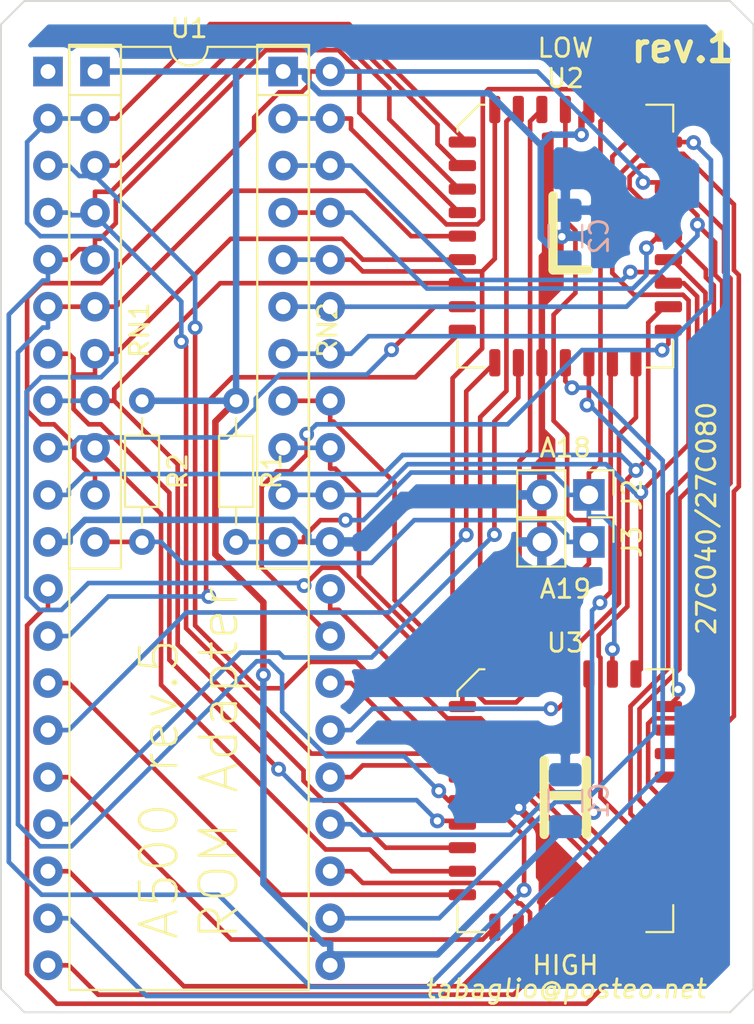
<source format=kicad_pcb>
(kicad_pcb (version 20171130) (host pcbnew "(5.1.5)-3")

  (general
    (thickness 1.6)
    (drawings 18)
    (tracks 645)
    (zones 0)
    (modules 11)
    (nets 41)
  )

  (page A4)
  (layers
    (0 F.Cu signal)
    (31 B.Cu signal)
    (32 B.Adhes user)
    (33 F.Adhes user)
    (34 B.Paste user)
    (35 F.Paste user)
    (36 B.SilkS user)
    (37 F.SilkS user)
    (38 B.Mask user)
    (39 F.Mask user)
    (40 Dwgs.User user)
    (41 Cmts.User user)
    (42 Eco1.User user)
    (43 Eco2.User user)
    (44 Edge.Cuts user)
    (45 Margin user)
    (46 B.CrtYd user)
    (47 F.CrtYd user)
    (48 B.Fab user)
    (49 F.Fab user)
  )

  (setup
    (last_trace_width 0.25)
    (trace_clearance 0.2)
    (zone_clearance 0.508)
    (zone_45_only no)
    (trace_min 0.2)
    (via_size 0.8)
    (via_drill 0.4)
    (via_min_size 0.4)
    (via_min_drill 0.3)
    (uvia_size 0.3)
    (uvia_drill 0.1)
    (uvias_allowed no)
    (uvia_min_size 0.2)
    (uvia_min_drill 0.1)
    (edge_width 0.1)
    (segment_width 0.2)
    (pcb_text_width 0.3)
    (pcb_text_size 1.5 1.5)
    (mod_edge_width 0.15)
    (mod_text_size 1 1)
    (mod_text_width 0.15)
    (pad_size 1.524 1.524)
    (pad_drill 0.762)
    (pad_to_mask_clearance 0)
    (aux_axis_origin 0 0)
    (visible_elements 7FFFFFFF)
    (pcbplotparams
      (layerselection 0x010fc_ffffffff)
      (usegerberextensions true)
      (usegerberattributes false)
      (usegerberadvancedattributes false)
      (creategerberjobfile false)
      (excludeedgelayer true)
      (linewidth 0.100000)
      (plotframeref false)
      (viasonmask false)
      (mode 1)
      (useauxorigin false)
      (hpglpennumber 1)
      (hpglpenspeed 20)
      (hpglpendiameter 15.000000)
      (psnegative false)
      (psa4output false)
      (plotreference true)
      (plotvalue true)
      (plotinvisibletext false)
      (padsonsilk false)
      (subtractmaskfromsilk false)
      (outputformat 1)
      (mirror false)
      (drillshape 0)
      (scaleselection 1)
      (outputdirectory "gerbers/A500r5_eprom_adapter-plcc32-invert_rev1"))
  )

  (net 0 "")
  (net 1 GND)
  (net 2 VCC)
  (net 3 /A18)
  (net 4 /A19)
  (net 5 /A8)
  (net 6 /A0)
  (net 7 /A1)
  (net 8 /A2)
  (net 9 /A3)
  (net 10 /A4)
  (net 11 /A5)
  (net 12 /A6)
  (net 13 /A7)
  (net 14 /A17)
  (net 15 /A16)
  (net 16 /A15)
  (net 17 /A14)
  (net 18 /A13)
  (net 19 /A12)
  (net 20 /A11)
  (net 21 /A10)
  (net 22 /A9)
  (net 23 /D3-H)
  (net 24 /D3-L)
  (net 25 /D2-H)
  (net 26 /D2-L)
  (net 27 /D1-H)
  (net 28 /D1-L)
  (net 29 /D0-H)
  (net 30 /D0-L)
  (net 31 /~OE)
  (net 32 /~CE)
  (net 33 /D7-H)
  (net 34 /D7-L)
  (net 35 /D6-H)
  (net 36 /D6-L)
  (net 37 /D5-H)
  (net 38 /D5-L)
  (net 39 /D4-H)
  (net 40 /D4-L)

  (net_class Default "This is the default net class."
    (clearance 0.2)
    (trace_width 0.25)
    (via_dia 0.8)
    (via_drill 0.4)
    (uvia_dia 0.3)
    (uvia_drill 0.1)
    (add_net /A0)
    (add_net /A1)
    (add_net /A10)
    (add_net /A11)
    (add_net /A12)
    (add_net /A13)
    (add_net /A14)
    (add_net /A15)
    (add_net /A16)
    (add_net /A17)
    (add_net /A18)
    (add_net /A19)
    (add_net /A2)
    (add_net /A3)
    (add_net /A4)
    (add_net /A5)
    (add_net /A6)
    (add_net /A7)
    (add_net /A8)
    (add_net /A9)
    (add_net /D0-H)
    (add_net /D0-L)
    (add_net /D1-H)
    (add_net /D1-L)
    (add_net /D2-H)
    (add_net /D2-L)
    (add_net /D3-H)
    (add_net /D3-L)
    (add_net /D4-H)
    (add_net /D4-L)
    (add_net /D5-H)
    (add_net /D5-L)
    (add_net /D6-H)
    (add_net /D6-L)
    (add_net /D7-H)
    (add_net /D7-L)
    (add_net /~CE)
    (add_net /~OE)
  )

  (net_class POWER ""
    (clearance 0.2)
    (trace_width 0.35)
    (via_dia 0.8)
    (via_drill 0.4)
    (uvia_dia 0.3)
    (uvia_drill 0.1)
    (add_net GND)
    (add_net VCC)
  )

  (module Resistor_THT:R_Axial_DIN0204_L3.6mm_D1.6mm_P7.62mm_Horizontal (layer F.Cu) (tedit 5AE5139B) (tstamp 5E58C326)
    (at 115.57 92.71 270)
    (descr "Resistor, Axial_DIN0204 series, Axial, Horizontal, pin pitch=7.62mm, 0.167W, length*diameter=3.6*1.6mm^2, http://cdn-reichelt.de/documents/datenblatt/B400/1_4W%23YAG.pdf")
    (tags "Resistor Axial_DIN0204 series Axial Horizontal pin pitch 7.62mm 0.167W length 3.6mm diameter 1.6mm")
    (path /5E594D95)
    (fp_text reference R2 (at 3.81 -1.92 90) (layer F.SilkS)
      (effects (font (size 1 1) (thickness 0.15)))
    )
    (fp_text value 4k7 (at 3.81 1.92 90) (layer F.Fab)
      (effects (font (size 1 1) (thickness 0.15)))
    )
    (fp_text user %R (at 3.81 0 90) (layer F.Fab)
      (effects (font (size 0.72 0.72) (thickness 0.108)))
    )
    (fp_line (start 8.57 -1.05) (end -0.95 -1.05) (layer F.CrtYd) (width 0.05))
    (fp_line (start 8.57 1.05) (end 8.57 -1.05) (layer F.CrtYd) (width 0.05))
    (fp_line (start -0.95 1.05) (end 8.57 1.05) (layer F.CrtYd) (width 0.05))
    (fp_line (start -0.95 -1.05) (end -0.95 1.05) (layer F.CrtYd) (width 0.05))
    (fp_line (start 6.68 0) (end 5.73 0) (layer F.SilkS) (width 0.12))
    (fp_line (start 0.94 0) (end 1.89 0) (layer F.SilkS) (width 0.12))
    (fp_line (start 5.73 -0.92) (end 1.89 -0.92) (layer F.SilkS) (width 0.12))
    (fp_line (start 5.73 0.92) (end 5.73 -0.92) (layer F.SilkS) (width 0.12))
    (fp_line (start 1.89 0.92) (end 5.73 0.92) (layer F.SilkS) (width 0.12))
    (fp_line (start 1.89 -0.92) (end 1.89 0.92) (layer F.SilkS) (width 0.12))
    (fp_line (start 7.62 0) (end 5.61 0) (layer F.Fab) (width 0.1))
    (fp_line (start 0 0) (end 2.01 0) (layer F.Fab) (width 0.1))
    (fp_line (start 5.61 -0.8) (end 2.01 -0.8) (layer F.Fab) (width 0.1))
    (fp_line (start 5.61 0.8) (end 5.61 -0.8) (layer F.Fab) (width 0.1))
    (fp_line (start 2.01 0.8) (end 5.61 0.8) (layer F.Fab) (width 0.1))
    (fp_line (start 2.01 -0.8) (end 2.01 0.8) (layer F.Fab) (width 0.1))
    (pad 2 thru_hole oval (at 7.62 0 270) (size 1.4 1.4) (drill 0.7) (layers *.Cu *.Mask)
      (net 4 /A19))
    (pad 1 thru_hole circle (at 0 0 270) (size 1.4 1.4) (drill 0.7) (layers *.Cu *.Mask)
      (net 2 VCC))
    (model ${KISYS3DMOD}/Resistor_THT.3dshapes/R_Axial_DIN0204_L3.6mm_D1.6mm_P7.62mm_Horizontal.wrl
      (at (xyz 0 0 0))
      (scale (xyz 1 1 1))
      (rotate (xyz 0 0 0))
    )
  )

  (module Resistor_THT:R_Axial_DIN0204_L3.6mm_D1.6mm_P7.62mm_Horizontal (layer F.Cu) (tedit 5AE5139B) (tstamp 5E58C30F)
    (at 120.65 92.71 270)
    (descr "Resistor, Axial_DIN0204 series, Axial, Horizontal, pin pitch=7.62mm, 0.167W, length*diameter=3.6*1.6mm^2, http://cdn-reichelt.de/documents/datenblatt/B400/1_4W%23YAG.pdf")
    (tags "Resistor Axial_DIN0204 series Axial Horizontal pin pitch 7.62mm 0.167W length 3.6mm diameter 1.6mm")
    (path /5E5944A7)
    (fp_text reference R1 (at 3.81 -1.92 90) (layer F.SilkS)
      (effects (font (size 1 1) (thickness 0.15)))
    )
    (fp_text value 4k7 (at 3.81 1.92 90) (layer F.Fab)
      (effects (font (size 1 1) (thickness 0.15)))
    )
    (fp_text user %R (at 3.81 0 90) (layer F.Fab)
      (effects (font (size 0.72 0.72) (thickness 0.108)))
    )
    (fp_line (start 8.57 -1.05) (end -0.95 -1.05) (layer F.CrtYd) (width 0.05))
    (fp_line (start 8.57 1.05) (end 8.57 -1.05) (layer F.CrtYd) (width 0.05))
    (fp_line (start -0.95 1.05) (end 8.57 1.05) (layer F.CrtYd) (width 0.05))
    (fp_line (start -0.95 -1.05) (end -0.95 1.05) (layer F.CrtYd) (width 0.05))
    (fp_line (start 6.68 0) (end 5.73 0) (layer F.SilkS) (width 0.12))
    (fp_line (start 0.94 0) (end 1.89 0) (layer F.SilkS) (width 0.12))
    (fp_line (start 5.73 -0.92) (end 1.89 -0.92) (layer F.SilkS) (width 0.12))
    (fp_line (start 5.73 0.92) (end 5.73 -0.92) (layer F.SilkS) (width 0.12))
    (fp_line (start 1.89 0.92) (end 5.73 0.92) (layer F.SilkS) (width 0.12))
    (fp_line (start 1.89 -0.92) (end 1.89 0.92) (layer F.SilkS) (width 0.12))
    (fp_line (start 7.62 0) (end 5.61 0) (layer F.Fab) (width 0.1))
    (fp_line (start 0 0) (end 2.01 0) (layer F.Fab) (width 0.1))
    (fp_line (start 5.61 -0.8) (end 2.01 -0.8) (layer F.Fab) (width 0.1))
    (fp_line (start 5.61 0.8) (end 5.61 -0.8) (layer F.Fab) (width 0.1))
    (fp_line (start 2.01 0.8) (end 5.61 0.8) (layer F.Fab) (width 0.1))
    (fp_line (start 2.01 -0.8) (end 2.01 0.8) (layer F.Fab) (width 0.1))
    (pad 2 thru_hole oval (at 7.62 0 270) (size 1.4 1.4) (drill 0.7) (layers *.Cu *.Mask)
      (net 3 /A18))
    (pad 1 thru_hole circle (at 0 0 270) (size 1.4 1.4) (drill 0.7) (layers *.Cu *.Mask)
      (net 2 VCC))
    (model ${KISYS3DMOD}/Resistor_THT.3dshapes/R_Axial_DIN0204_L3.6mm_D1.6mm_P7.62mm_Horizontal.wrl
      (at (xyz 0 0 0))
      (scale (xyz 1 1 1))
      (rotate (xyz 0 0 0))
    )
  )

  (module Capacitor_SMD:C_1206_3216Metric (layer B.Cu) (tedit 5B301BBE) (tstamp 5E2C5AF8)
    (at 138.43 83.82 90)
    (descr "Capacitor SMD 1206 (3216 Metric), square (rectangular) end terminal, IPC_7351 nominal, (Body size source: http://www.tortai-tech.com/upload/download/2011102023233369053.pdf), generated with kicad-footprint-generator")
    (tags capacitor)
    (path /5E2DF26F)
    (attr smd)
    (fp_text reference C2 (at 0 1.82 270) (layer B.SilkS)
      (effects (font (size 1 1) (thickness 0.15)) (justify mirror))
    )
    (fp_text value 100nF (at 0 -1.82 270) (layer B.Fab)
      (effects (font (size 1 1) (thickness 0.15)) (justify mirror))
    )
    (fp_text user %R (at 0 0 270) (layer B.Fab)
      (effects (font (size 0.8 0.8) (thickness 0.12)) (justify mirror))
    )
    (fp_line (start 2.28 -1.12) (end -2.28 -1.12) (layer B.CrtYd) (width 0.05))
    (fp_line (start 2.28 1.12) (end 2.28 -1.12) (layer B.CrtYd) (width 0.05))
    (fp_line (start -2.28 1.12) (end 2.28 1.12) (layer B.CrtYd) (width 0.05))
    (fp_line (start -2.28 -1.12) (end -2.28 1.12) (layer B.CrtYd) (width 0.05))
    (fp_line (start -0.602064 -0.91) (end 0.602064 -0.91) (layer B.SilkS) (width 0.12))
    (fp_line (start -0.602064 0.91) (end 0.602064 0.91) (layer B.SilkS) (width 0.12))
    (fp_line (start 1.6 -0.8) (end -1.6 -0.8) (layer B.Fab) (width 0.1))
    (fp_line (start 1.6 0.8) (end 1.6 -0.8) (layer B.Fab) (width 0.1))
    (fp_line (start -1.6 0.8) (end 1.6 0.8) (layer B.Fab) (width 0.1))
    (fp_line (start -1.6 -0.8) (end -1.6 0.8) (layer B.Fab) (width 0.1))
    (pad 2 smd roundrect (at 1.4 0 90) (size 1.25 1.75) (layers B.Cu B.Paste B.Mask) (roundrect_rratio 0.2)
      (net 1 GND))
    (pad 1 smd roundrect (at -1.4 0 90) (size 1.25 1.75) (layers B.Cu B.Paste B.Mask) (roundrect_rratio 0.2)
      (net 2 VCC))
    (model ${KISYS3DMOD}/Capacitor_SMD.3dshapes/C_1206_3216Metric.wrl
      (at (xyz 0 0 0))
      (scale (xyz 1 1 1))
      (rotate (xyz 0 0 0))
    )
  )

  (module Capacitor_SMD:C_1206_3216Metric (layer B.Cu) (tedit 5B301BBE) (tstamp 5E2ACF5D)
    (at 138.43 114.3 90)
    (descr "Capacitor SMD 1206 (3216 Metric), square (rectangular) end terminal, IPC_7351 nominal, (Body size source: http://www.tortai-tech.com/upload/download/2011102023233369053.pdf), generated with kicad-footprint-generator")
    (tags capacitor)
    (path /5E2DFC6C)
    (attr smd)
    (fp_text reference C1 (at 0 1.82 270) (layer B.SilkS)
      (effects (font (size 1 1) (thickness 0.15)) (justify mirror))
    )
    (fp_text value 100nF (at 0 -1.82 270) (layer B.Fab)
      (effects (font (size 1 1) (thickness 0.15)) (justify mirror))
    )
    (fp_text user %R (at 0 0 270) (layer B.Fab)
      (effects (font (size 0.8 0.8) (thickness 0.12)) (justify mirror))
    )
    (fp_line (start 2.28 -1.12) (end -2.28 -1.12) (layer B.CrtYd) (width 0.05))
    (fp_line (start 2.28 1.12) (end 2.28 -1.12) (layer B.CrtYd) (width 0.05))
    (fp_line (start -2.28 1.12) (end 2.28 1.12) (layer B.CrtYd) (width 0.05))
    (fp_line (start -2.28 -1.12) (end -2.28 1.12) (layer B.CrtYd) (width 0.05))
    (fp_line (start -0.602064 -0.91) (end 0.602064 -0.91) (layer B.SilkS) (width 0.12))
    (fp_line (start -0.602064 0.91) (end 0.602064 0.91) (layer B.SilkS) (width 0.12))
    (fp_line (start 1.6 -0.8) (end -1.6 -0.8) (layer B.Fab) (width 0.1))
    (fp_line (start 1.6 0.8) (end 1.6 -0.8) (layer B.Fab) (width 0.1))
    (fp_line (start -1.6 0.8) (end 1.6 0.8) (layer B.Fab) (width 0.1))
    (fp_line (start -1.6 -0.8) (end -1.6 0.8) (layer B.Fab) (width 0.1))
    (pad 2 smd roundrect (at 1.4 0 90) (size 1.25 1.75) (layers B.Cu B.Paste B.Mask) (roundrect_rratio 0.2)
      (net 1 GND))
    (pad 1 smd roundrect (at -1.4 0 90) (size 1.25 1.75) (layers B.Cu B.Paste B.Mask) (roundrect_rratio 0.2)
      (net 2 VCC))
    (model ${KISYS3DMOD}/Capacitor_SMD.3dshapes/C_1206_3216Metric.wrl
      (at (xyz 0 0 0))
      (scale (xyz 1 1 1))
      (rotate (xyz 0 0 0))
    )
  )

  (module Package_LCC:PLCC-32_11.4x14.0mm_P1.27mm (layer F.Cu) (tedit 5B298677) (tstamp 5E2AD0CA)
    (at 138.43 114.3)
    (descr "PLCC, 32 Pin (http://ww1.microchip.com/downloads/en/DeviceDoc/doc0015.pdf), generated with kicad-footprint-generator ipc_plcc_jLead_generator.py")
    (tags "PLCC LCC")
    (path /5E28F9D8)
    (attr smd)
    (fp_text reference U3 (at 0 -8.52) (layer F.SilkS)
      (effects (font (size 1 1) (thickness 0.15)))
    )
    (fp_text value 27C080-L (at 0 8.52) (layer F.Fab)
      (effects (font (size 1 1) (thickness 0.15)))
    )
    (fp_text user %R (at 0 0) (layer F.Fab)
      (effects (font (size 1 1) (thickness 0.15)))
    )
    (fp_line (start -6.55 -5.63) (end -6.55 0) (layer F.CrtYd) (width 0.05))
    (fp_line (start -5.96 -5.63) (end -6.55 -5.63) (layer F.CrtYd) (width 0.05))
    (fp_line (start -5.96 -5.95) (end -5.96 -5.63) (layer F.CrtYd) (width 0.05))
    (fp_line (start -4.68 -7.23) (end -5.96 -5.95) (layer F.CrtYd) (width 0.05))
    (fp_line (start -4.36 -7.23) (end -4.68 -7.23) (layer F.CrtYd) (width 0.05))
    (fp_line (start -4.36 -7.82) (end -4.36 -7.23) (layer F.CrtYd) (width 0.05))
    (fp_line (start 0 -7.82) (end -4.36 -7.82) (layer F.CrtYd) (width 0.05))
    (fp_line (start 6.55 5.63) (end 6.55 0) (layer F.CrtYd) (width 0.05))
    (fp_line (start 5.96 5.63) (end 6.55 5.63) (layer F.CrtYd) (width 0.05))
    (fp_line (start 5.96 7.23) (end 5.96 5.63) (layer F.CrtYd) (width 0.05))
    (fp_line (start 4.36 7.23) (end 5.96 7.23) (layer F.CrtYd) (width 0.05))
    (fp_line (start 4.36 7.82) (end 4.36 7.23) (layer F.CrtYd) (width 0.05))
    (fp_line (start 0 7.82) (end 4.36 7.82) (layer F.CrtYd) (width 0.05))
    (fp_line (start -6.55 5.63) (end -6.55 0) (layer F.CrtYd) (width 0.05))
    (fp_line (start -5.96 5.63) (end -6.55 5.63) (layer F.CrtYd) (width 0.05))
    (fp_line (start -5.96 7.23) (end -5.96 5.63) (layer F.CrtYd) (width 0.05))
    (fp_line (start -4.36 7.23) (end -5.96 7.23) (layer F.CrtYd) (width 0.05))
    (fp_line (start -4.36 7.82) (end -4.36 7.23) (layer F.CrtYd) (width 0.05))
    (fp_line (start 0 7.82) (end -4.36 7.82) (layer F.CrtYd) (width 0.05))
    (fp_line (start 6.55 -5.63) (end 6.55 0) (layer F.CrtYd) (width 0.05))
    (fp_line (start 5.96 -5.63) (end 6.55 -5.63) (layer F.CrtYd) (width 0.05))
    (fp_line (start 5.96 -7.23) (end 5.96 -5.63) (layer F.CrtYd) (width 0.05))
    (fp_line (start 4.36 -7.23) (end 5.96 -7.23) (layer F.CrtYd) (width 0.05))
    (fp_line (start 4.36 -7.82) (end 4.36 -7.23) (layer F.CrtYd) (width 0.05))
    (fp_line (start 0 -7.82) (end 4.36 -7.82) (layer F.CrtYd) (width 0.05))
    (fp_line (start -0.5 -6.985) (end 0 -6.277893) (layer F.Fab) (width 0.1))
    (fp_line (start -4.575 -6.985) (end -0.5 -6.985) (layer F.Fab) (width 0.1))
    (fp_line (start -5.715 -5.845) (end -4.575 -6.985) (layer F.Fab) (width 0.1))
    (fp_line (start -5.715 6.985) (end -5.715 -5.845) (layer F.Fab) (width 0.1))
    (fp_line (start 5.715 6.985) (end -5.715 6.985) (layer F.Fab) (width 0.1))
    (fp_line (start 5.715 -6.985) (end 5.715 6.985) (layer F.Fab) (width 0.1))
    (fp_line (start 0.5 -6.985) (end 5.715 -6.985) (layer F.Fab) (width 0.1))
    (fp_line (start 0 -6.277893) (end 0.5 -6.985) (layer F.Fab) (width 0.1))
    (fp_line (start -5.825 -5.922782) (end -5.825 -5.64) (layer F.SilkS) (width 0.12))
    (fp_line (start -4.652782 -7.095) (end -5.825 -5.922782) (layer F.SilkS) (width 0.12))
    (fp_line (start -4.37 -7.095) (end -4.652782 -7.095) (layer F.SilkS) (width 0.12))
    (fp_line (start 5.825 7.095) (end 5.825 5.64) (layer F.SilkS) (width 0.12))
    (fp_line (start 4.37 7.095) (end 5.825 7.095) (layer F.SilkS) (width 0.12))
    (fp_line (start -5.825 7.095) (end -5.825 5.64) (layer F.SilkS) (width 0.12))
    (fp_line (start -4.37 7.095) (end -5.825 7.095) (layer F.SilkS) (width 0.12))
    (fp_line (start 5.825 -7.095) (end 5.825 -5.64) (layer F.SilkS) (width 0.12))
    (fp_line (start 4.37 -7.095) (end 5.825 -7.095) (layer F.SilkS) (width 0.12))
    (pad 32 smd roundrect (at 1.27 -6.8375) (size 0.6 1.475) (layers F.Cu F.Paste F.Mask) (roundrect_rratio 0.25)
      (net 2 VCC))
    (pad 31 smd roundrect (at 2.54 -6.8375) (size 0.6 1.475) (layers F.Cu F.Paste F.Mask) (roundrect_rratio 0.25)
      (net 3 /A18))
    (pad 30 smd roundrect (at 3.81 -6.8375) (size 0.6 1.475) (layers F.Cu F.Paste F.Mask) (roundrect_rratio 0.25)
      (net 14 /A17))
    (pad 29 smd roundrect (at 5.5625 -5.08) (size 1.475 0.6) (layers F.Cu F.Paste F.Mask) (roundrect_rratio 0.25)
      (net 17 /A14))
    (pad 28 smd roundrect (at 5.5625 -3.81) (size 1.475 0.6) (layers F.Cu F.Paste F.Mask) (roundrect_rratio 0.25)
      (net 18 /A13))
    (pad 27 smd roundrect (at 5.5625 -2.54) (size 1.475 0.6) (layers F.Cu F.Paste F.Mask) (roundrect_rratio 0.25)
      (net 5 /A8))
    (pad 26 smd roundrect (at 5.5625 -1.27) (size 1.475 0.6) (layers F.Cu F.Paste F.Mask) (roundrect_rratio 0.25)
      (net 22 /A9))
    (pad 25 smd roundrect (at 5.5625 0) (size 1.475 0.6) (layers F.Cu F.Paste F.Mask) (roundrect_rratio 0.25)
      (net 20 /A11))
    (pad 24 smd roundrect (at 5.5625 1.27) (size 1.475 0.6) (layers F.Cu F.Paste F.Mask) (roundrect_rratio 0.25)
      (net 31 /~OE))
    (pad 23 smd roundrect (at 5.5625 2.54) (size 1.475 0.6) (layers F.Cu F.Paste F.Mask) (roundrect_rratio 0.25)
      (net 21 /A10))
    (pad 22 smd roundrect (at 5.5625 3.81) (size 1.475 0.6) (layers F.Cu F.Paste F.Mask) (roundrect_rratio 0.25)
      (net 32 /~CE))
    (pad 21 smd roundrect (at 5.5625 5.08) (size 1.475 0.6) (layers F.Cu F.Paste F.Mask) (roundrect_rratio 0.25)
      (net 33 /D7-H))
    (pad 20 smd roundrect (at 3.81 6.8375) (size 0.6 1.475) (layers F.Cu F.Paste F.Mask) (roundrect_rratio 0.25)
      (net 35 /D6-H))
    (pad 19 smd roundrect (at 2.54 6.8375) (size 0.6 1.475) (layers F.Cu F.Paste F.Mask) (roundrect_rratio 0.25)
      (net 37 /D5-H))
    (pad 18 smd roundrect (at 1.27 6.8375) (size 0.6 1.475) (layers F.Cu F.Paste F.Mask) (roundrect_rratio 0.25)
      (net 39 /D4-H))
    (pad 17 smd roundrect (at 0 6.8375) (size 0.6 1.475) (layers F.Cu F.Paste F.Mask) (roundrect_rratio 0.25)
      (net 23 /D3-H))
    (pad 16 smd roundrect (at -1.27 6.8375) (size 0.6 1.475) (layers F.Cu F.Paste F.Mask) (roundrect_rratio 0.25)
      (net 1 GND))
    (pad 15 smd roundrect (at -2.54 6.8375) (size 0.6 1.475) (layers F.Cu F.Paste F.Mask) (roundrect_rratio 0.25)
      (net 25 /D2-H))
    (pad 14 smd roundrect (at -3.81 6.8375) (size 0.6 1.475) (layers F.Cu F.Paste F.Mask) (roundrect_rratio 0.25)
      (net 27 /D1-H))
    (pad 13 smd roundrect (at -5.5625 5.08) (size 1.475 0.6) (layers F.Cu F.Paste F.Mask) (roundrect_rratio 0.25)
      (net 29 /D0-H))
    (pad 12 smd roundrect (at -5.5625 3.81) (size 1.475 0.6) (layers F.Cu F.Paste F.Mask) (roundrect_rratio 0.25)
      (net 6 /A0))
    (pad 11 smd roundrect (at -5.5625 2.54) (size 1.475 0.6) (layers F.Cu F.Paste F.Mask) (roundrect_rratio 0.25)
      (net 7 /A1))
    (pad 10 smd roundrect (at -5.5625 1.27) (size 1.475 0.6) (layers F.Cu F.Paste F.Mask) (roundrect_rratio 0.25)
      (net 8 /A2))
    (pad 9 smd roundrect (at -5.5625 0) (size 1.475 0.6) (layers F.Cu F.Paste F.Mask) (roundrect_rratio 0.25)
      (net 9 /A3))
    (pad 8 smd roundrect (at -5.5625 -1.27) (size 1.475 0.6) (layers F.Cu F.Paste F.Mask) (roundrect_rratio 0.25)
      (net 10 /A4))
    (pad 7 smd roundrect (at -5.5625 -2.54) (size 1.475 0.6) (layers F.Cu F.Paste F.Mask) (roundrect_rratio 0.25)
      (net 11 /A5))
    (pad 6 smd roundrect (at -5.5625 -3.81) (size 1.475 0.6) (layers F.Cu F.Paste F.Mask) (roundrect_rratio 0.25)
      (net 12 /A6))
    (pad 5 smd roundrect (at -5.5625 -5.08) (size 1.475 0.6) (layers F.Cu F.Paste F.Mask) (roundrect_rratio 0.25)
      (net 13 /A7))
    (pad 4 smd roundrect (at -3.81 -6.8375) (size 0.6 1.475) (layers F.Cu F.Paste F.Mask) (roundrect_rratio 0.25)
      (net 19 /A12))
    (pad 3 smd roundrect (at -2.54 -6.8375) (size 0.6 1.475) (layers F.Cu F.Paste F.Mask) (roundrect_rratio 0.25)
      (net 16 /A15))
    (pad 2 smd roundrect (at -1.27 -6.8375) (size 0.6 1.475) (layers F.Cu F.Paste F.Mask) (roundrect_rratio 0.25)
      (net 15 /A16))
    (pad 1 smd roundrect (at 0 -6.8375) (size 0.6 1.475) (layers F.Cu F.Paste F.Mask) (roundrect_rratio 0.25)
      (net 4 /A19))
    (model ${KISYS3DMOD}/Package_LCC.3dshapes/PLCC-32_11.4x14.0mm_P1.27mm.wrl
      (at (xyz 0 0 0))
      (scale (xyz 1 1 1))
      (rotate (xyz 0 0 0))
    )
  )

  (module Package_LCC:PLCC-32_11.4x14.0mm_P1.27mm (layer F.Cu) (tedit 5B298677) (tstamp 5E2AD07B)
    (at 138.43 83.82)
    (descr "PLCC, 32 Pin (http://ww1.microchip.com/downloads/en/DeviceDoc/doc0015.pdf), generated with kicad-footprint-generator ipc_plcc_jLead_generator.py")
    (tags "PLCC LCC")
    (path /5E300279)
    (attr smd)
    (fp_text reference U2 (at 0 -8.52) (layer F.SilkS)
      (effects (font (size 1 1) (thickness 0.15)))
    )
    (fp_text value 27C080-L (at 0 8.52) (layer F.Fab)
      (effects (font (size 1 1) (thickness 0.15)))
    )
    (fp_text user %R (at 0 0) (layer F.Fab)
      (effects (font (size 1 1) (thickness 0.15)))
    )
    (fp_line (start -6.55 -5.63) (end -6.55 0) (layer F.CrtYd) (width 0.05))
    (fp_line (start -5.96 -5.63) (end -6.55 -5.63) (layer F.CrtYd) (width 0.05))
    (fp_line (start -5.96 -5.95) (end -5.96 -5.63) (layer F.CrtYd) (width 0.05))
    (fp_line (start -4.68 -7.23) (end -5.96 -5.95) (layer F.CrtYd) (width 0.05))
    (fp_line (start -4.36 -7.23) (end -4.68 -7.23) (layer F.CrtYd) (width 0.05))
    (fp_line (start -4.36 -7.82) (end -4.36 -7.23) (layer F.CrtYd) (width 0.05))
    (fp_line (start 0 -7.82) (end -4.36 -7.82) (layer F.CrtYd) (width 0.05))
    (fp_line (start 6.55 5.63) (end 6.55 0) (layer F.CrtYd) (width 0.05))
    (fp_line (start 5.96 5.63) (end 6.55 5.63) (layer F.CrtYd) (width 0.05))
    (fp_line (start 5.96 7.23) (end 5.96 5.63) (layer F.CrtYd) (width 0.05))
    (fp_line (start 4.36 7.23) (end 5.96 7.23) (layer F.CrtYd) (width 0.05))
    (fp_line (start 4.36 7.82) (end 4.36 7.23) (layer F.CrtYd) (width 0.05))
    (fp_line (start 0 7.82) (end 4.36 7.82) (layer F.CrtYd) (width 0.05))
    (fp_line (start -6.55 5.63) (end -6.55 0) (layer F.CrtYd) (width 0.05))
    (fp_line (start -5.96 5.63) (end -6.55 5.63) (layer F.CrtYd) (width 0.05))
    (fp_line (start -5.96 7.23) (end -5.96 5.63) (layer F.CrtYd) (width 0.05))
    (fp_line (start -4.36 7.23) (end -5.96 7.23) (layer F.CrtYd) (width 0.05))
    (fp_line (start -4.36 7.82) (end -4.36 7.23) (layer F.CrtYd) (width 0.05))
    (fp_line (start 0 7.82) (end -4.36 7.82) (layer F.CrtYd) (width 0.05))
    (fp_line (start 6.55 -5.63) (end 6.55 0) (layer F.CrtYd) (width 0.05))
    (fp_line (start 5.96 -5.63) (end 6.55 -5.63) (layer F.CrtYd) (width 0.05))
    (fp_line (start 5.96 -7.23) (end 5.96 -5.63) (layer F.CrtYd) (width 0.05))
    (fp_line (start 4.36 -7.23) (end 5.96 -7.23) (layer F.CrtYd) (width 0.05))
    (fp_line (start 4.36 -7.82) (end 4.36 -7.23) (layer F.CrtYd) (width 0.05))
    (fp_line (start 0 -7.82) (end 4.36 -7.82) (layer F.CrtYd) (width 0.05))
    (fp_line (start -0.5 -6.985) (end 0 -6.277893) (layer F.Fab) (width 0.1))
    (fp_line (start -4.575 -6.985) (end -0.5 -6.985) (layer F.Fab) (width 0.1))
    (fp_line (start -5.715 -5.845) (end -4.575 -6.985) (layer F.Fab) (width 0.1))
    (fp_line (start -5.715 6.985) (end -5.715 -5.845) (layer F.Fab) (width 0.1))
    (fp_line (start 5.715 6.985) (end -5.715 6.985) (layer F.Fab) (width 0.1))
    (fp_line (start 5.715 -6.985) (end 5.715 6.985) (layer F.Fab) (width 0.1))
    (fp_line (start 0.5 -6.985) (end 5.715 -6.985) (layer F.Fab) (width 0.1))
    (fp_line (start 0 -6.277893) (end 0.5 -6.985) (layer F.Fab) (width 0.1))
    (fp_line (start -5.825 -5.922782) (end -5.825 -5.64) (layer F.SilkS) (width 0.12))
    (fp_line (start -4.652782 -7.095) (end -5.825 -5.922782) (layer F.SilkS) (width 0.12))
    (fp_line (start -4.37 -7.095) (end -4.652782 -7.095) (layer F.SilkS) (width 0.12))
    (fp_line (start 5.825 7.095) (end 5.825 5.64) (layer F.SilkS) (width 0.12))
    (fp_line (start 4.37 7.095) (end 5.825 7.095) (layer F.SilkS) (width 0.12))
    (fp_line (start -5.825 7.095) (end -5.825 5.64) (layer F.SilkS) (width 0.12))
    (fp_line (start -4.37 7.095) (end -5.825 7.095) (layer F.SilkS) (width 0.12))
    (fp_line (start 5.825 -7.095) (end 5.825 -5.64) (layer F.SilkS) (width 0.12))
    (fp_line (start 4.37 -7.095) (end 5.825 -7.095) (layer F.SilkS) (width 0.12))
    (pad 32 smd roundrect (at 1.27 -6.8375) (size 0.6 1.475) (layers F.Cu F.Paste F.Mask) (roundrect_rratio 0.25)
      (net 2 VCC))
    (pad 31 smd roundrect (at 2.54 -6.8375) (size 0.6 1.475) (layers F.Cu F.Paste F.Mask) (roundrect_rratio 0.25)
      (net 3 /A18))
    (pad 30 smd roundrect (at 3.81 -6.8375) (size 0.6 1.475) (layers F.Cu F.Paste F.Mask) (roundrect_rratio 0.25)
      (net 14 /A17))
    (pad 29 smd roundrect (at 5.5625 -5.08) (size 1.475 0.6) (layers F.Cu F.Paste F.Mask) (roundrect_rratio 0.25)
      (net 17 /A14))
    (pad 28 smd roundrect (at 5.5625 -3.81) (size 1.475 0.6) (layers F.Cu F.Paste F.Mask) (roundrect_rratio 0.25)
      (net 18 /A13))
    (pad 27 smd roundrect (at 5.5625 -2.54) (size 1.475 0.6) (layers F.Cu F.Paste F.Mask) (roundrect_rratio 0.25)
      (net 5 /A8))
    (pad 26 smd roundrect (at 5.5625 -1.27) (size 1.475 0.6) (layers F.Cu F.Paste F.Mask) (roundrect_rratio 0.25)
      (net 22 /A9))
    (pad 25 smd roundrect (at 5.5625 0) (size 1.475 0.6) (layers F.Cu F.Paste F.Mask) (roundrect_rratio 0.25)
      (net 20 /A11))
    (pad 24 smd roundrect (at 5.5625 1.27) (size 1.475 0.6) (layers F.Cu F.Paste F.Mask) (roundrect_rratio 0.25)
      (net 31 /~OE))
    (pad 23 smd roundrect (at 5.5625 2.54) (size 1.475 0.6) (layers F.Cu F.Paste F.Mask) (roundrect_rratio 0.25)
      (net 21 /A10))
    (pad 22 smd roundrect (at 5.5625 3.81) (size 1.475 0.6) (layers F.Cu F.Paste F.Mask) (roundrect_rratio 0.25)
      (net 32 /~CE))
    (pad 21 smd roundrect (at 5.5625 5.08) (size 1.475 0.6) (layers F.Cu F.Paste F.Mask) (roundrect_rratio 0.25)
      (net 34 /D7-L))
    (pad 20 smd roundrect (at 3.81 6.8375) (size 0.6 1.475) (layers F.Cu F.Paste F.Mask) (roundrect_rratio 0.25)
      (net 36 /D6-L))
    (pad 19 smd roundrect (at 2.54 6.8375) (size 0.6 1.475) (layers F.Cu F.Paste F.Mask) (roundrect_rratio 0.25)
      (net 38 /D5-L))
    (pad 18 smd roundrect (at 1.27 6.8375) (size 0.6 1.475) (layers F.Cu F.Paste F.Mask) (roundrect_rratio 0.25)
      (net 40 /D4-L))
    (pad 17 smd roundrect (at 0 6.8375) (size 0.6 1.475) (layers F.Cu F.Paste F.Mask) (roundrect_rratio 0.25)
      (net 24 /D3-L))
    (pad 16 smd roundrect (at -1.27 6.8375) (size 0.6 1.475) (layers F.Cu F.Paste F.Mask) (roundrect_rratio 0.25)
      (net 1 GND))
    (pad 15 smd roundrect (at -2.54 6.8375) (size 0.6 1.475) (layers F.Cu F.Paste F.Mask) (roundrect_rratio 0.25)
      (net 26 /D2-L))
    (pad 14 smd roundrect (at -3.81 6.8375) (size 0.6 1.475) (layers F.Cu F.Paste F.Mask) (roundrect_rratio 0.25)
      (net 28 /D1-L))
    (pad 13 smd roundrect (at -5.5625 5.08) (size 1.475 0.6) (layers F.Cu F.Paste F.Mask) (roundrect_rratio 0.25)
      (net 30 /D0-L))
    (pad 12 smd roundrect (at -5.5625 3.81) (size 1.475 0.6) (layers F.Cu F.Paste F.Mask) (roundrect_rratio 0.25)
      (net 6 /A0))
    (pad 11 smd roundrect (at -5.5625 2.54) (size 1.475 0.6) (layers F.Cu F.Paste F.Mask) (roundrect_rratio 0.25)
      (net 7 /A1))
    (pad 10 smd roundrect (at -5.5625 1.27) (size 1.475 0.6) (layers F.Cu F.Paste F.Mask) (roundrect_rratio 0.25)
      (net 8 /A2))
    (pad 9 smd roundrect (at -5.5625 0) (size 1.475 0.6) (layers F.Cu F.Paste F.Mask) (roundrect_rratio 0.25)
      (net 9 /A3))
    (pad 8 smd roundrect (at -5.5625 -1.27) (size 1.475 0.6) (layers F.Cu F.Paste F.Mask) (roundrect_rratio 0.25)
      (net 10 /A4))
    (pad 7 smd roundrect (at -5.5625 -2.54) (size 1.475 0.6) (layers F.Cu F.Paste F.Mask) (roundrect_rratio 0.25)
      (net 11 /A5))
    (pad 6 smd roundrect (at -5.5625 -3.81) (size 1.475 0.6) (layers F.Cu F.Paste F.Mask) (roundrect_rratio 0.25)
      (net 12 /A6))
    (pad 5 smd roundrect (at -5.5625 -5.08) (size 1.475 0.6) (layers F.Cu F.Paste F.Mask) (roundrect_rratio 0.25)
      (net 13 /A7))
    (pad 4 smd roundrect (at -3.81 -6.8375) (size 0.6 1.475) (layers F.Cu F.Paste F.Mask) (roundrect_rratio 0.25)
      (net 19 /A12))
    (pad 3 smd roundrect (at -2.54 -6.8375) (size 0.6 1.475) (layers F.Cu F.Paste F.Mask) (roundrect_rratio 0.25)
      (net 16 /A15))
    (pad 2 smd roundrect (at -1.27 -6.8375) (size 0.6 1.475) (layers F.Cu F.Paste F.Mask) (roundrect_rratio 0.25)
      (net 15 /A16))
    (pad 1 smd roundrect (at 0 -6.8375) (size 0.6 1.475) (layers F.Cu F.Paste F.Mask) (roundrect_rratio 0.25)
      (net 4 /A19))
    (model ${KISYS3DMOD}/Package_LCC.3dshapes/PLCC-32_11.4x14.0mm_P1.27mm.wrl
      (at (xyz 0 0 0))
      (scale (xyz 1 1 1))
      (rotate (xyz 0 0 0))
    )
  )

  (module Package_DIP:DIP-40_W15.24mm (layer F.Cu) (tedit 5A02E8C5) (tstamp 5E2AD02C)
    (at 110.49 74.93)
    (descr "40-lead though-hole mounted DIP package, row spacing 15.24 mm (600 mils)")
    (tags "THT DIP DIL PDIP 2.54mm 15.24mm 600mil")
    (path /5E2A2852)
    (fp_text reference U1 (at 7.62 -2.33) (layer F.SilkS)
      (effects (font (size 1 1) (thickness 0.15)))
    )
    (fp_text value 27C400-A500 (at 7.62 50.59) (layer F.Fab)
      (effects (font (size 1 1) (thickness 0.15)))
    )
    (fp_text user %R (at 7.62 24.13) (layer F.Fab)
      (effects (font (size 1 1) (thickness 0.15)))
    )
    (fp_line (start 16.3 -1.55) (end -1.05 -1.55) (layer F.CrtYd) (width 0.05))
    (fp_line (start 16.3 49.8) (end 16.3 -1.55) (layer F.CrtYd) (width 0.05))
    (fp_line (start -1.05 49.8) (end 16.3 49.8) (layer F.CrtYd) (width 0.05))
    (fp_line (start -1.05 -1.55) (end -1.05 49.8) (layer F.CrtYd) (width 0.05))
    (fp_line (start 14.08 -1.33) (end 8.62 -1.33) (layer F.SilkS) (width 0.12))
    (fp_line (start 14.08 49.59) (end 14.08 -1.33) (layer F.SilkS) (width 0.12))
    (fp_line (start 1.16 49.59) (end 14.08 49.59) (layer F.SilkS) (width 0.12))
    (fp_line (start 1.16 -1.33) (end 1.16 49.59) (layer F.SilkS) (width 0.12))
    (fp_line (start 6.62 -1.33) (end 1.16 -1.33) (layer F.SilkS) (width 0.12))
    (fp_line (start 0.255 -0.27) (end 1.255 -1.27) (layer F.Fab) (width 0.1))
    (fp_line (start 0.255 49.53) (end 0.255 -0.27) (layer F.Fab) (width 0.1))
    (fp_line (start 14.985 49.53) (end 0.255 49.53) (layer F.Fab) (width 0.1))
    (fp_line (start 14.985 -1.27) (end 14.985 49.53) (layer F.Fab) (width 0.1))
    (fp_line (start 1.255 -1.27) (end 14.985 -1.27) (layer F.Fab) (width 0.1))
    (fp_arc (start 7.62 -1.33) (end 6.62 -1.33) (angle -180) (layer F.SilkS) (width 0.12))
    (pad 40 thru_hole oval (at 15.24 0) (size 1.6 1.6) (drill 0.8) (layers *.Cu *.Mask)
      (net 5 /A8))
    (pad 20 thru_hole oval (at 0 48.26) (size 1.6 1.6) (drill 0.8) (layers *.Cu *.Mask)
      (net 23 /D3-H))
    (pad 39 thru_hole oval (at 15.24 2.54) (size 1.6 1.6) (drill 0.8) (layers *.Cu *.Mask)
      (net 22 /A9))
    (pad 19 thru_hole oval (at 0 45.72) (size 1.6 1.6) (drill 0.8) (layers *.Cu *.Mask)
      (net 24 /D3-L))
    (pad 38 thru_hole oval (at 15.24 5.08) (size 1.6 1.6) (drill 0.8) (layers *.Cu *.Mask)
      (net 21 /A10))
    (pad 18 thru_hole oval (at 0 43.18) (size 1.6 1.6) (drill 0.8) (layers *.Cu *.Mask)
      (net 25 /D2-H))
    (pad 37 thru_hole oval (at 15.24 7.62) (size 1.6 1.6) (drill 0.8) (layers *.Cu *.Mask)
      (net 20 /A11))
    (pad 17 thru_hole oval (at 0 40.64) (size 1.6 1.6) (drill 0.8) (layers *.Cu *.Mask)
      (net 26 /D2-L))
    (pad 36 thru_hole oval (at 15.24 10.16) (size 1.6 1.6) (drill 0.8) (layers *.Cu *.Mask)
      (net 19 /A12))
    (pad 16 thru_hole oval (at 0 38.1) (size 1.6 1.6) (drill 0.8) (layers *.Cu *.Mask)
      (net 27 /D1-H))
    (pad 35 thru_hole oval (at 15.24 12.7) (size 1.6 1.6) (drill 0.8) (layers *.Cu *.Mask)
      (net 18 /A13))
    (pad 15 thru_hole oval (at 0 35.56) (size 1.6 1.6) (drill 0.8) (layers *.Cu *.Mask)
      (net 28 /D1-L))
    (pad 34 thru_hole oval (at 15.24 15.24) (size 1.6 1.6) (drill 0.8) (layers *.Cu *.Mask)
      (net 17 /A14))
    (pad 14 thru_hole oval (at 0 33.02) (size 1.6 1.6) (drill 0.8) (layers *.Cu *.Mask)
      (net 29 /D0-H))
    (pad 33 thru_hole oval (at 15.24 17.78) (size 1.6 1.6) (drill 0.8) (layers *.Cu *.Mask)
      (net 16 /A15))
    (pad 13 thru_hole oval (at 0 30.48) (size 1.6 1.6) (drill 0.8) (layers *.Cu *.Mask)
      (net 30 /D0-L))
    (pad 32 thru_hole oval (at 15.24 20.32) (size 1.6 1.6) (drill 0.8) (layers *.Cu *.Mask)
      (net 15 /A16))
    (pad 12 thru_hole oval (at 0 27.94) (size 1.6 1.6) (drill 0.8) (layers *.Cu *.Mask)
      (net 31 /~OE))
    (pad 31 thru_hole oval (at 15.24 22.86) (size 1.6 1.6) (drill 0.8) (layers *.Cu *.Mask)
      (net 14 /A17))
    (pad 11 thru_hole oval (at 0 25.4) (size 1.6 1.6) (drill 0.8) (layers *.Cu *.Mask)
      (net 1 GND))
    (pad 30 thru_hole oval (at 15.24 25.4) (size 1.6 1.6) (drill 0.8) (layers *.Cu *.Mask)
      (net 1 GND))
    (pad 10 thru_hole oval (at 0 22.86) (size 1.6 1.6) (drill 0.8) (layers *.Cu *.Mask)
      (net 32 /~CE))
    (pad 29 thru_hole oval (at 15.24 27.94) (size 1.6 1.6) (drill 0.8) (layers *.Cu *.Mask)
      (net 33 /D7-H))
    (pad 9 thru_hole oval (at 0 20.32) (size 1.6 1.6) (drill 0.8) (layers *.Cu *.Mask)
      (net 6 /A0))
    (pad 28 thru_hole oval (at 15.24 30.48) (size 1.6 1.6) (drill 0.8) (layers *.Cu *.Mask)
      (net 34 /D7-L))
    (pad 8 thru_hole oval (at 0 17.78) (size 1.6 1.6) (drill 0.8) (layers *.Cu *.Mask)
      (net 7 /A1))
    (pad 27 thru_hole oval (at 15.24 33.02) (size 1.6 1.6) (drill 0.8) (layers *.Cu *.Mask)
      (net 35 /D6-H))
    (pad 7 thru_hole oval (at 0 15.24) (size 1.6 1.6) (drill 0.8) (layers *.Cu *.Mask)
      (net 8 /A2))
    (pad 26 thru_hole oval (at 15.24 35.56) (size 1.6 1.6) (drill 0.8) (layers *.Cu *.Mask)
      (net 36 /D6-L))
    (pad 6 thru_hole oval (at 0 12.7) (size 1.6 1.6) (drill 0.8) (layers *.Cu *.Mask)
      (net 9 /A3))
    (pad 25 thru_hole oval (at 15.24 38.1) (size 1.6 1.6) (drill 0.8) (layers *.Cu *.Mask)
      (net 37 /D5-H))
    (pad 5 thru_hole oval (at 0 10.16) (size 1.6 1.6) (drill 0.8) (layers *.Cu *.Mask)
      (net 10 /A4))
    (pad 24 thru_hole oval (at 15.24 40.64) (size 1.6 1.6) (drill 0.8) (layers *.Cu *.Mask)
      (net 38 /D5-L))
    (pad 4 thru_hole oval (at 0 7.62) (size 1.6 1.6) (drill 0.8) (layers *.Cu *.Mask)
      (net 11 /A5))
    (pad 23 thru_hole oval (at 15.24 43.18) (size 1.6 1.6) (drill 0.8) (layers *.Cu *.Mask)
      (net 39 /D4-H))
    (pad 3 thru_hole oval (at 0 5.08) (size 1.6 1.6) (drill 0.8) (layers *.Cu *.Mask)
      (net 12 /A6))
    (pad 22 thru_hole oval (at 15.24 45.72) (size 1.6 1.6) (drill 0.8) (layers *.Cu *.Mask)
      (net 40 /D4-L))
    (pad 2 thru_hole oval (at 0 2.54) (size 1.6 1.6) (drill 0.8) (layers *.Cu *.Mask)
      (net 13 /A7))
    (pad 21 thru_hole oval (at 15.24 48.26) (size 1.6 1.6) (drill 0.8) (layers *.Cu *.Mask)
      (net 2 VCC))
    (pad 1 thru_hole rect (at 0 0) (size 1.6 1.6) (drill 0.8) (layers *.Cu *.Mask))
    (model ${KISYS3DMOD}/Package_DIP.3dshapes/DIP-40_W15.24mm.wrl
      (at (xyz 0 0 0))
      (scale (xyz 1 1 1))
      (rotate (xyz 0 0 0))
    )
  )

  (module Resistor_THT:R_Array_SIP11 (layer F.Cu) (tedit 5A14249F) (tstamp 5E2ACFF0)
    (at 123.19 74.93 270)
    (descr "11-pin Resistor SIP pack")
    (tags R)
    (path /5E293912)
    (fp_text reference RN2 (at 13.97 -2.4 90) (layer F.SilkS)
      (effects (font (size 1 1) (thickness 0.15)))
    )
    (fp_text value 4k7 (at 13.97 2.4 90) (layer F.Fab)
      (effects (font (size 1 1) (thickness 0.15)))
    )
    (fp_line (start 27.1 -1.65) (end -1.7 -1.65) (layer F.CrtYd) (width 0.05))
    (fp_line (start 27.1 1.65) (end 27.1 -1.65) (layer F.CrtYd) (width 0.05))
    (fp_line (start -1.7 1.65) (end 27.1 1.65) (layer F.CrtYd) (width 0.05))
    (fp_line (start -1.7 -1.65) (end -1.7 1.65) (layer F.CrtYd) (width 0.05))
    (fp_line (start 1.27 -1.4) (end 1.27 1.4) (layer F.SilkS) (width 0.12))
    (fp_line (start 26.84 -1.4) (end -1.44 -1.4) (layer F.SilkS) (width 0.12))
    (fp_line (start 26.84 1.4) (end 26.84 -1.4) (layer F.SilkS) (width 0.12))
    (fp_line (start -1.44 1.4) (end 26.84 1.4) (layer F.SilkS) (width 0.12))
    (fp_line (start -1.44 -1.4) (end -1.44 1.4) (layer F.SilkS) (width 0.12))
    (fp_line (start 1.27 -1.25) (end 1.27 1.25) (layer F.Fab) (width 0.1))
    (fp_line (start 26.69 -1.25) (end -1.29 -1.25) (layer F.Fab) (width 0.1))
    (fp_line (start 26.69 1.25) (end 26.69 -1.25) (layer F.Fab) (width 0.1))
    (fp_line (start -1.29 1.25) (end 26.69 1.25) (layer F.Fab) (width 0.1))
    (fp_line (start -1.29 -1.25) (end -1.29 1.25) (layer F.Fab) (width 0.1))
    (fp_text user %R (at 12.7 0 90) (layer F.Fab)
      (effects (font (size 1 1) (thickness 0.15)))
    )
    (pad 11 thru_hole oval (at 25.4 0 270) (size 1.6 1.6) (drill 0.8) (layers *.Cu *.Mask)
      (net 3 /A18))
    (pad 10 thru_hole oval (at 22.86 0 270) (size 1.6 1.6) (drill 0.8) (layers *.Cu *.Mask)
      (net 14 /A17))
    (pad 9 thru_hole oval (at 20.32 0 270) (size 1.6 1.6) (drill 0.8) (layers *.Cu *.Mask)
      (net 15 /A16))
    (pad 8 thru_hole oval (at 17.78 0 270) (size 1.6 1.6) (drill 0.8) (layers *.Cu *.Mask)
      (net 16 /A15))
    (pad 7 thru_hole oval (at 15.24 0 270) (size 1.6 1.6) (drill 0.8) (layers *.Cu *.Mask)
      (net 17 /A14))
    (pad 6 thru_hole oval (at 12.7 0 270) (size 1.6 1.6) (drill 0.8) (layers *.Cu *.Mask)
      (net 18 /A13))
    (pad 5 thru_hole oval (at 10.16 0 270) (size 1.6 1.6) (drill 0.8) (layers *.Cu *.Mask)
      (net 19 /A12))
    (pad 4 thru_hole oval (at 7.62 0 270) (size 1.6 1.6) (drill 0.8) (layers *.Cu *.Mask)
      (net 20 /A11))
    (pad 3 thru_hole oval (at 5.08 0 270) (size 1.6 1.6) (drill 0.8) (layers *.Cu *.Mask)
      (net 21 /A10))
    (pad 2 thru_hole oval (at 2.54 0 270) (size 1.6 1.6) (drill 0.8) (layers *.Cu *.Mask)
      (net 22 /A9))
    (pad 1 thru_hole rect (at 0 0 270) (size 1.6 1.6) (drill 0.8) (layers *.Cu *.Mask)
      (net 2 VCC))
    (model ${KISYS3DMOD}/Resistor_THT.3dshapes/R_Array_SIP11.wrl
      (at (xyz 0 0 0))
      (scale (xyz 1 1 1))
      (rotate (xyz 0 0 0))
    )
  )

  (module Resistor_THT:R_Array_SIP11 (layer F.Cu) (tedit 5A14249F) (tstamp 5E2ACFD2)
    (at 113.03 74.93 270)
    (descr "11-pin Resistor SIP pack")
    (tags R)
    (path /5E3011D5)
    (fp_text reference RN1 (at 13.97 -2.4 90) (layer F.SilkS)
      (effects (font (size 1 1) (thickness 0.15)))
    )
    (fp_text value 4k7 (at 13.97 2.4 90) (layer F.Fab)
      (effects (font (size 1 1) (thickness 0.15)))
    )
    (fp_line (start 27.1 -1.65) (end -1.7 -1.65) (layer F.CrtYd) (width 0.05))
    (fp_line (start 27.1 1.65) (end 27.1 -1.65) (layer F.CrtYd) (width 0.05))
    (fp_line (start -1.7 1.65) (end 27.1 1.65) (layer F.CrtYd) (width 0.05))
    (fp_line (start -1.7 -1.65) (end -1.7 1.65) (layer F.CrtYd) (width 0.05))
    (fp_line (start 1.27 -1.4) (end 1.27 1.4) (layer F.SilkS) (width 0.12))
    (fp_line (start 26.84 -1.4) (end -1.44 -1.4) (layer F.SilkS) (width 0.12))
    (fp_line (start 26.84 1.4) (end 26.84 -1.4) (layer F.SilkS) (width 0.12))
    (fp_line (start -1.44 1.4) (end 26.84 1.4) (layer F.SilkS) (width 0.12))
    (fp_line (start -1.44 -1.4) (end -1.44 1.4) (layer F.SilkS) (width 0.12))
    (fp_line (start 1.27 -1.25) (end 1.27 1.25) (layer F.Fab) (width 0.1))
    (fp_line (start 26.69 -1.25) (end -1.29 -1.25) (layer F.Fab) (width 0.1))
    (fp_line (start 26.69 1.25) (end 26.69 -1.25) (layer F.Fab) (width 0.1))
    (fp_line (start -1.29 1.25) (end 26.69 1.25) (layer F.Fab) (width 0.1))
    (fp_line (start -1.29 -1.25) (end -1.29 1.25) (layer F.Fab) (width 0.1))
    (fp_text user %R (at 12.7 0 90) (layer F.Fab)
      (effects (font (size 1 1) (thickness 0.15)))
    )
    (pad 11 thru_hole oval (at 25.4 0 270) (size 1.6 1.6) (drill 0.8) (layers *.Cu *.Mask)
      (net 4 /A19))
    (pad 10 thru_hole oval (at 22.86 0 270) (size 1.6 1.6) (drill 0.8) (layers *.Cu *.Mask)
      (net 5 /A8))
    (pad 9 thru_hole oval (at 20.32 0 270) (size 1.6 1.6) (drill 0.8) (layers *.Cu *.Mask)
      (net 6 /A0))
    (pad 8 thru_hole oval (at 17.78 0 270) (size 1.6 1.6) (drill 0.8) (layers *.Cu *.Mask)
      (net 7 /A1))
    (pad 7 thru_hole oval (at 15.24 0 270) (size 1.6 1.6) (drill 0.8) (layers *.Cu *.Mask)
      (net 8 /A2))
    (pad 6 thru_hole oval (at 12.7 0 270) (size 1.6 1.6) (drill 0.8) (layers *.Cu *.Mask)
      (net 9 /A3))
    (pad 5 thru_hole oval (at 10.16 0 270) (size 1.6 1.6) (drill 0.8) (layers *.Cu *.Mask)
      (net 10 /A4))
    (pad 4 thru_hole oval (at 7.62 0 270) (size 1.6 1.6) (drill 0.8) (layers *.Cu *.Mask)
      (net 11 /A5))
    (pad 3 thru_hole oval (at 5.08 0 270) (size 1.6 1.6) (drill 0.8) (layers *.Cu *.Mask)
      (net 12 /A6))
    (pad 2 thru_hole oval (at 2.54 0 270) (size 1.6 1.6) (drill 0.8) (layers *.Cu *.Mask)
      (net 13 /A7))
    (pad 1 thru_hole rect (at 0 0 270) (size 1.6 1.6) (drill 0.8) (layers *.Cu *.Mask)
      (net 2 VCC))
    (model ${KISYS3DMOD}/Resistor_THT.3dshapes/R_Array_SIP11.wrl
      (at (xyz 0 0 0))
      (scale (xyz 1 1 1))
      (rotate (xyz 0 0 0))
    )
  )

  (module Connector_PinHeader_2.54mm:PinHeader_1x02_P2.54mm_Vertical (layer F.Cu) (tedit 59FED5CC) (tstamp 5E2ACFB4)
    (at 139.7 100.33 270)
    (descr "Through hole straight pin header, 1x02, 2.54mm pitch, single row")
    (tags "Through hole pin header THT 1x02 2.54mm single row")
    (path /5E2D6D96)
    (fp_text reference J3 (at 0 -2.33 90) (layer F.SilkS)
      (effects (font (size 1 1) (thickness 0.15)))
    )
    (fp_text value "A19 Selector" (at 0 4.87 90) (layer F.Fab)
      (effects (font (size 1 1) (thickness 0.15)))
    )
    (fp_text user %R (at 0 1.27) (layer F.Fab)
      (effects (font (size 1 1) (thickness 0.15)))
    )
    (fp_line (start 1.8 -1.8) (end -1.8 -1.8) (layer F.CrtYd) (width 0.05))
    (fp_line (start 1.8 4.35) (end 1.8 -1.8) (layer F.CrtYd) (width 0.05))
    (fp_line (start -1.8 4.35) (end 1.8 4.35) (layer F.CrtYd) (width 0.05))
    (fp_line (start -1.8 -1.8) (end -1.8 4.35) (layer F.CrtYd) (width 0.05))
    (fp_line (start -1.33 -1.33) (end 0 -1.33) (layer F.SilkS) (width 0.12))
    (fp_line (start -1.33 0) (end -1.33 -1.33) (layer F.SilkS) (width 0.12))
    (fp_line (start -1.33 1.27) (end 1.33 1.27) (layer F.SilkS) (width 0.12))
    (fp_line (start 1.33 1.27) (end 1.33 3.87) (layer F.SilkS) (width 0.12))
    (fp_line (start -1.33 1.27) (end -1.33 3.87) (layer F.SilkS) (width 0.12))
    (fp_line (start -1.33 3.87) (end 1.33 3.87) (layer F.SilkS) (width 0.12))
    (fp_line (start -1.27 -0.635) (end -0.635 -1.27) (layer F.Fab) (width 0.1))
    (fp_line (start -1.27 3.81) (end -1.27 -0.635) (layer F.Fab) (width 0.1))
    (fp_line (start 1.27 3.81) (end -1.27 3.81) (layer F.Fab) (width 0.1))
    (fp_line (start 1.27 -1.27) (end 1.27 3.81) (layer F.Fab) (width 0.1))
    (fp_line (start -0.635 -1.27) (end 1.27 -1.27) (layer F.Fab) (width 0.1))
    (pad 2 thru_hole oval (at 0 2.54 270) (size 1.7 1.7) (drill 1) (layers *.Cu *.Mask)
      (net 1 GND))
    (pad 1 thru_hole rect (at 0 0 270) (size 1.7 1.7) (drill 1) (layers *.Cu *.Mask)
      (net 4 /A19))
    (model ${KISYS3DMOD}/Connector_PinHeader_2.54mm.3dshapes/PinHeader_1x02_P2.54mm_Vertical.wrl
      (at (xyz 0 0 0))
      (scale (xyz 1 1 1))
      (rotate (xyz 0 0 0))
    )
  )

  (module Connector_PinHeader_2.54mm:PinHeader_1x02_P2.54mm_Vertical (layer F.Cu) (tedit 59FED5CC) (tstamp 5E2ACF9E)
    (at 139.7 97.79 270)
    (descr "Through hole straight pin header, 1x02, 2.54mm pitch, single row")
    (tags "Through hole pin header THT 1x02 2.54mm single row")
    (path /5E2C63FF)
    (fp_text reference J2 (at 0 -2.33 90) (layer F.SilkS)
      (effects (font (size 1 1) (thickness 0.15)))
    )
    (fp_text value "A18 Selector" (at 0 4.87 90) (layer F.Fab)
      (effects (font (size 1 1) (thickness 0.15)))
    )
    (fp_text user %R (at 0 1.27) (layer F.Fab)
      (effects (font (size 1 1) (thickness 0.15)))
    )
    (fp_line (start 1.8 -1.8) (end -1.8 -1.8) (layer F.CrtYd) (width 0.05))
    (fp_line (start 1.8 4.35) (end 1.8 -1.8) (layer F.CrtYd) (width 0.05))
    (fp_line (start -1.8 4.35) (end 1.8 4.35) (layer F.CrtYd) (width 0.05))
    (fp_line (start -1.8 -1.8) (end -1.8 4.35) (layer F.CrtYd) (width 0.05))
    (fp_line (start -1.33 -1.33) (end 0 -1.33) (layer F.SilkS) (width 0.12))
    (fp_line (start -1.33 0) (end -1.33 -1.33) (layer F.SilkS) (width 0.12))
    (fp_line (start -1.33 1.27) (end 1.33 1.27) (layer F.SilkS) (width 0.12))
    (fp_line (start 1.33 1.27) (end 1.33 3.87) (layer F.SilkS) (width 0.12))
    (fp_line (start -1.33 1.27) (end -1.33 3.87) (layer F.SilkS) (width 0.12))
    (fp_line (start -1.33 3.87) (end 1.33 3.87) (layer F.SilkS) (width 0.12))
    (fp_line (start -1.27 -0.635) (end -0.635 -1.27) (layer F.Fab) (width 0.1))
    (fp_line (start -1.27 3.81) (end -1.27 -0.635) (layer F.Fab) (width 0.1))
    (fp_line (start 1.27 3.81) (end -1.27 3.81) (layer F.Fab) (width 0.1))
    (fp_line (start 1.27 -1.27) (end 1.27 3.81) (layer F.Fab) (width 0.1))
    (fp_line (start -0.635 -1.27) (end 1.27 -1.27) (layer F.Fab) (width 0.1))
    (pad 2 thru_hole oval (at 0 2.54 270) (size 1.7 1.7) (drill 1) (layers *.Cu *.Mask)
      (net 1 GND))
    (pad 1 thru_hole rect (at 0 0 270) (size 1.7 1.7) (drill 1) (layers *.Cu *.Mask)
      (net 3 /A18))
    (model ${KISYS3DMOD}/Connector_PinHeader_2.54mm.3dshapes/PinHeader_1x02_P2.54mm_Vertical.wrl
      (at (xyz 0 0 0))
      (scale (xyz 1 1 1))
      (rotate (xyz 0 0 0))
    )
  )

  (gr_text L (at 138.43 83.82) (layer F.SilkS)
    (effects (font (size 4 4) (thickness 0.5)))
  )
  (gr_text H (at 138.43 114.3) (layer F.SilkS)
    (effects (font (size 4 4) (thickness 0.5)))
  )
  (gr_text rev.1 (at 144.78 73.66) (layer F.SilkS)
    (effects (font (size 1.5 1.5) (thickness 0.3)))
  )
  (gr_text tabaglio@posteo.net (at 138.43 124.46) (layer F.SilkS)
    (effects (font (size 1 1) (thickness 0.15) italic))
  )
  (gr_text "A500 rev.5\nROM Adapter" (at 118.11 121.92 90) (layer F.SilkS)
    (effects (font (size 2 2) (thickness 0.15)) (justify left))
  )
  (gr_text A19 (at 138.43 102.87) (layer F.SilkS)
    (effects (font (size 1 1) (thickness 0.15)))
  )
  (gr_text A18 (at 138.43 95.25) (layer F.SilkS)
    (effects (font (size 1 1) (thickness 0.15)))
  )
  (gr_text HIGH (at 138.43 123.19) (layer F.SilkS)
    (effects (font (size 1 1) (thickness 0.15)))
  )
  (gr_text 27C040/27C080 (at 146.05 99.06 90) (layer F.SilkS)
    (effects (font (size 1 1) (thickness 0.15)))
  )
  (gr_text LOW (at 138.43 73.66) (layer F.SilkS)
    (effects (font (size 1 1) (thickness 0.15)))
  )
  (gr_line (start 107.95 72.39) (end 109.22 71.12) (layer Edge.Cuts) (width 0.1) (tstamp 5E2C9447))
  (gr_line (start 107.95 124.46) (end 107.95 72.39) (layer Edge.Cuts) (width 0.1))
  (gr_line (start 109.22 125.73) (end 107.95 124.46) (layer Edge.Cuts) (width 0.1))
  (gr_line (start 147.32 125.73) (end 109.22 125.73) (layer Edge.Cuts) (width 0.1))
  (gr_line (start 148.59 124.46) (end 147.32 125.73) (layer Edge.Cuts) (width 0.1))
  (gr_line (start 148.59 72.39) (end 148.59 124.46) (layer Edge.Cuts) (width 0.1))
  (gr_line (start 147.32 71.12) (end 148.59 72.39) (layer Edge.Cuts) (width 0.1))
  (gr_line (start 109.22 71.12) (end 147.32 71.12) (layer Edge.Cuts) (width 0.1))

  (segment (start 125.73 100.33) (end 124.5547 100.33) (width 0.35) (layer B.Cu) (net 1))
  (segment (start 124.5547 100.33) (end 124.5547 99.9627) (width 0.35) (layer B.Cu) (net 1))
  (segment (start 124.5547 99.9627) (end 123.7314 99.1394) (width 0.35) (layer B.Cu) (net 1))
  (segment (start 123.7314 99.1394) (end 112.4906 99.1394) (width 0.35) (layer B.Cu) (net 1))
  (segment (start 112.4906 99.1394) (end 111.6653 99.9647) (width 0.35) (layer B.Cu) (net 1))
  (segment (start 111.6653 99.9647) (end 111.6653 100.33) (width 0.35) (layer B.Cu) (net 1))
  (segment (start 126.0239 100.33) (end 125.73 100.33) (width 0.35) (layer B.Cu) (net 1))
  (segment (start 110.49 100.33) (end 111.6653 100.33) (width 0.35) (layer B.Cu) (net 1))
  (segment (start 135.9189 114.6687) (end 137.16 115.9098) (width 0.35) (layer F.Cu) (net 1))
  (segment (start 137.16 115.9098) (end 137.16 121.1375) (width 0.35) (layer F.Cu) (net 1))
  (segment (start 138.43 112.9) (end 137.6876 112.9) (width 0.35) (layer B.Cu) (net 1))
  (segment (start 137.6876 112.9) (end 135.9189 114.6687) (width 0.35) (layer B.Cu) (net 1))
  (segment (start 137.16 100.33) (end 137.16 101.5553) (width 0.35) (layer B.Cu) (net 1))
  (segment (start 137.16 101.5553) (end 138.43 102.8253) (width 0.35) (layer B.Cu) (net 1))
  (segment (start 138.43 102.8253) (end 138.43 112.9) (width 0.35) (layer B.Cu) (net 1))
  (segment (start 126.9053 100.33) (end 127.0594 100.33) (width 0.35) (layer B.Cu) (net 1))
  (segment (start 127.0594 100.33) (end 129.5994 97.79) (width 0.35) (layer B.Cu) (net 1))
  (segment (start 129.5994 97.79) (end 137.16 97.79) (width 0.35) (layer B.Cu) (net 1))
  (segment (start 137.16 96.5647) (end 137.16 90.6575) (width 0.35) (layer F.Cu) (net 1))
  (segment (start 137.16 90.6575) (end 137.16 84.934) (width 0.35) (layer F.Cu) (net 1))
  (segment (start 137.16 84.934) (end 138.2417 83.8523) (width 0.35) (layer F.Cu) (net 1))
  (segment (start 138.43 82.42) (end 138.43 83.664) (width 0.35) (layer B.Cu) (net 1))
  (segment (start 138.43 83.664) (end 138.2417 83.8523) (width 0.35) (layer B.Cu) (net 1))
  (segment (start 126.0239 100.33) (end 126.9053 100.33) (width 0.35) (layer B.Cu) (net 1))
  (segment (start 137.16 97.79) (end 137.16 96.5647) (width 0.35) (layer F.Cu) (net 1))
  (segment (start 137.16 100.33) (end 137.16 97.79) (width 0.35) (layer F.Cu) (net 1))
  (via (at 135.9189 114.6687) (size 0.8) (layers F.Cu B.Cu) (net 1))
  (via (at 138.2417 83.8523) (size 0.8) (layers F.Cu B.Cu) (net 1))
  (segment (start 125.73 122.6023) (end 131.5277 122.6023) (width 0.35) (layer B.Cu) (net 2))
  (segment (start 131.5277 122.6023) (end 138.43 115.7) (width 0.35) (layer B.Cu) (net 2))
  (segment (start 125.73 122.6023) (end 125.73 122.0147) (width 0.35) (layer B.Cu) (net 2))
  (segment (start 125.73 123.19) (end 125.73 122.6023) (width 0.35) (layer B.Cu) (net 2))
  (segment (start 122.1238 107.505) (end 122.1238 118.7738) (width 0.35) (layer B.Cu) (net 2))
  (segment (start 122.1238 118.7738) (end 125.3647 122.0147) (width 0.35) (layer B.Cu) (net 2))
  (segment (start 125.3647 122.0147) (end 125.73 122.0147) (width 0.35) (layer B.Cu) (net 2))
  (segment (start 120.65 92.71) (end 119.5306 93.8294) (width 0.35) (layer F.Cu) (net 2))
  (segment (start 119.5306 93.8294) (end 119.5306 100.9964) (width 0.35) (layer F.Cu) (net 2))
  (segment (start 119.5306 100.9964) (end 122.1238 103.5896) (width 0.35) (layer F.Cu) (net 2))
  (segment (start 122.1238 103.5896) (end 122.1238 107.505) (width 0.35) (layer F.Cu) (net 2))
  (segment (start 139.7 107.4625) (end 139.7 114.6831) (width 0.35) (layer F.Cu) (net 2))
  (segment (start 139.7 114.6831) (end 139.9533 114.9364) (width 0.35) (layer F.Cu) (net 2))
  (segment (start 138.43 115.7) (end 139.1897 115.7) (width 0.35) (layer B.Cu) (net 2))
  (segment (start 139.1897 115.7) (end 139.9533 114.9364) (width 0.35) (layer B.Cu) (net 2))
  (segment (start 137.1013 78.8996) (end 137.1013 83.8913) (width 0.35) (layer B.Cu) (net 2))
  (segment (start 137.1013 83.8913) (end 138.43 85.22) (width 0.35) (layer B.Cu) (net 2))
  (segment (start 124.3653 74.93) (end 124.3653 75.2974) (width 0.35) (layer B.Cu) (net 2))
  (segment (start 124.3653 75.2974) (end 125.1732 76.1053) (width 0.35) (layer B.Cu) (net 2))
  (segment (start 125.1732 76.1053) (end 134.307 76.1053) (width 0.35) (layer B.Cu) (net 2))
  (segment (start 134.307 76.1053) (end 137.1013 78.8996) (width 0.35) (layer B.Cu) (net 2))
  (segment (start 139.2994 78.3426) (end 137.6583 78.3426) (width 0.35) (layer B.Cu) (net 2))
  (segment (start 137.6583 78.3426) (end 137.1013 78.8996) (width 0.35) (layer B.Cu) (net 2))
  (segment (start 139.2994 78.3426) (end 139.2994 77.3831) (width 0.35) (layer F.Cu) (net 2))
  (segment (start 139.2994 77.3831) (end 139.7 76.9825) (width 0.35) (layer F.Cu) (net 2))
  (segment (start 115.57 92.71) (end 120.65 92.71) (width 0.35) (layer B.Cu) (net 2))
  (segment (start 120.65 92.71) (end 120.65 74.93) (width 0.35) (layer B.Cu) (net 2))
  (segment (start 120.65 74.93) (end 123.19 74.93) (width 0.35) (layer B.Cu) (net 2))
  (segment (start 113.03 74.93) (end 120.65 74.93) (width 0.35) (layer B.Cu) (net 2))
  (segment (start 123.19 74.93) (end 124.3653 74.93) (width 0.35) (layer B.Cu) (net 2))
  (via (at 122.1238 107.505) (size 0.8) (layers F.Cu B.Cu) (net 2))
  (via (at 139.9533 114.9364) (size 0.8) (layers F.Cu B.Cu) (net 2))
  (via (at 139.2994 78.3426) (size 0.8) (layers F.Cu B.Cu) (net 2))
  (segment (start 140.97 76.9825) (end 140.326 77.6265) (width 0.25) (layer F.Cu) (net 3))
  (segment (start 140.326 77.6265) (end 140.326 95.9887) (width 0.25) (layer F.Cu) (net 3))
  (segment (start 140.326 95.9887) (end 139.7 96.6147) (width 0.25) (layer F.Cu) (net 3))
  (segment (start 139.7 97.79) (end 138.5247 97.79) (width 0.25) (layer B.Cu) (net 3))
  (segment (start 126.5594 99.1538) (end 125.2102 99.1538) (width 0.25) (layer F.Cu) (net 3))
  (segment (start 125.2102 99.1538) (end 124.3153 100.0487) (width 0.25) (layer F.Cu) (net 3))
  (segment (start 124.3153 100.0487) (end 124.3153 100.33) (width 0.25) (layer F.Cu) (net 3))
  (segment (start 138.5247 97.79) (end 138.5247 97.4227) (width 0.25) (layer B.Cu) (net 3))
  (segment (start 138.5247 97.4227) (end 137.6862 96.5842) (width 0.25) (layer B.Cu) (net 3))
  (segment (start 137.6862 96.5842) (end 130.0976 96.5842) (width 0.25) (layer B.Cu) (net 3))
  (segment (start 130.0976 96.5842) (end 127.528 99.1538) (width 0.25) (layer B.Cu) (net 3))
  (segment (start 127.528 99.1538) (end 126.5594 99.1538) (width 0.25) (layer B.Cu) (net 3))
  (segment (start 123.19 100.33) (end 124.3153 100.33) (width 0.25) (layer F.Cu) (net 3))
  (segment (start 139.7 97.9087) (end 139.7 97.79) (width 0.25) (layer B.Cu) (net 3))
  (segment (start 139.7 97.9087) (end 139.7 98.9653) (width 0.25) (layer B.Cu) (net 3))
  (segment (start 140.97 107.4625) (end 140.97 106.1217) (width 0.25) (layer F.Cu) (net 3))
  (segment (start 139.7 98.9653) (end 140.508 98.9653) (width 0.25) (layer B.Cu) (net 3))
  (segment (start 140.508 98.9653) (end 141.0706 99.5279) (width 0.25) (layer B.Cu) (net 3))
  (segment (start 141.0706 99.5279) (end 141.0706 106.0211) (width 0.25) (layer B.Cu) (net 3))
  (segment (start 141.0706 106.0211) (end 140.97 106.1217) (width 0.25) (layer B.Cu) (net 3))
  (segment (start 139.7 97.79) (end 139.7 96.6147) (width 0.25) (layer F.Cu) (net 3))
  (segment (start 120.65 100.33) (end 123.19 100.33) (width 0.25) (layer B.Cu) (net 3))
  (via (at 126.5594 99.1538) (size 0.8) (layers F.Cu B.Cu) (net 3))
  (via (at 140.97 106.1217) (size 0.8) (layers F.Cu B.Cu) (net 3))
  (segment (start 115.57 100.33) (end 113.03 100.33) (width 0.25) (layer F.Cu) (net 4))
  (segment (start 115.57 100.33) (end 116.5953 100.33) (width 0.25) (layer B.Cu) (net 4))
  (segment (start 139.7 100.33) (end 138.5247 100.33) (width 0.25) (layer B.Cu) (net 4))
  (segment (start 138.5247 100.33) (end 138.5247 99.9627) (width 0.25) (layer B.Cu) (net 4))
  (segment (start 138.5247 99.9627) (end 137.7139 99.1519) (width 0.25) (layer B.Cu) (net 4))
  (segment (start 137.7139 99.1519) (end 130.2718 99.1519) (width 0.25) (layer B.Cu) (net 4))
  (segment (start 130.2718 99.1519) (end 127.9584 101.4653) (width 0.25) (layer B.Cu) (net 4))
  (segment (start 127.9584 101.4653) (end 117.7306 101.4653) (width 0.25) (layer B.Cu) (net 4))
  (segment (start 117.7306 101.4653) (end 116.5953 100.33) (width 0.25) (layer B.Cu) (net 4))
  (segment (start 139.7 100.33) (end 139.7 99.1547) (width 0.25) (layer F.Cu) (net 4))
  (segment (start 138.43 76.9825) (end 138.43 82.9784) (width 0.25) (layer F.Cu) (net 4))
  (segment (start 138.43 82.9784) (end 138.9725 83.5209) (width 0.25) (layer F.Cu) (net 4))
  (segment (start 138.9725 83.5209) (end 138.9725 86.8857) (width 0.25) (layer F.Cu) (net 4))
  (segment (start 138.9725 86.8857) (end 137.795 88.0632) (width 0.25) (layer F.Cu) (net 4))
  (segment (start 137.795 88.0632) (end 137.795 93.7888) (width 0.25) (layer F.Cu) (net 4))
  (segment (start 137.795 93.7888) (end 138.5247 94.5185) (width 0.25) (layer F.Cu) (net 4))
  (segment (start 138.5247 94.5185) (end 138.5247 98.7875) (width 0.25) (layer F.Cu) (net 4))
  (segment (start 138.5247 98.7875) (end 138.8919 99.1547) (width 0.25) (layer F.Cu) (net 4))
  (segment (start 138.8919 99.1547) (end 139.7 99.1547) (width 0.25) (layer F.Cu) (net 4))
  (segment (start 139.7 100.33) (end 139.7 101.5053) (width 0.25) (layer F.Cu) (net 4))
  (segment (start 139.7 101.5053) (end 138.43 102.7753) (width 0.25) (layer F.Cu) (net 4))
  (segment (start 138.43 102.7753) (end 138.43 107.4625) (width 0.25) (layer F.Cu) (net 4))
  (segment (start 143.9925 111.76) (end 144.192 111.76) (width 0.25) (layer F.Cu) (net 5))
  (segment (start 144.192 111.76) (end 146.9982 108.9538) (width 0.25) (layer F.Cu) (net 5))
  (segment (start 146.9982 108.9538) (end 146.9982 97.5021) (width 0.25) (layer F.Cu) (net 5))
  (segment (start 146.9982 97.5021) (end 147.3477 97.1526) (width 0.25) (layer F.Cu) (net 5))
  (segment (start 147.3477 97.1526) (end 147.3477 86.1078) (width 0.25) (layer F.Cu) (net 5))
  (segment (start 147.3477 86.1078) (end 146.9982 85.7583) (width 0.25) (layer F.Cu) (net 5))
  (segment (start 146.9982 85.7583) (end 146.9982 83.4654) (width 0.25) (layer F.Cu) (net 5))
  (segment (start 146.9982 83.4654) (end 144.8128 81.28) (width 0.25) (layer F.Cu) (net 5))
  (segment (start 144.8128 81.28) (end 143.9925 81.28) (width 0.25) (layer F.Cu) (net 5))
  (segment (start 125.73 74.93) (end 124.6047 74.93) (width 0.25) (layer F.Cu) (net 5))
  (segment (start 113.03 97.79) (end 113.03 96.6647) (width 0.25) (layer F.Cu) (net 5))
  (segment (start 113.03 96.6647) (end 112.7486 96.6647) (width 0.25) (layer F.Cu) (net 5))
  (segment (start 112.7486 96.6647) (end 111.9047 95.8208) (width 0.25) (layer F.Cu) (net 5))
  (segment (start 111.9047 95.8208) (end 111.9047 95.06) (width 0.25) (layer F.Cu) (net 5))
  (segment (start 111.9047 95.06) (end 110.8247 93.98) (width 0.25) (layer F.Cu) (net 5))
  (segment (start 110.8247 93.98) (end 110.0946 93.98) (width 0.25) (layer F.Cu) (net 5))
  (segment (start 110.0946 93.98) (end 109.364 93.2494) (width 0.25) (layer F.Cu) (net 5))
  (segment (start 109.364 93.2494) (end 109.364 87.1427) (width 0.25) (layer F.Cu) (net 5))
  (segment (start 109.364 87.1427) (end 110.1467 86.36) (width 0.25) (layer F.Cu) (net 5))
  (segment (start 110.1467 86.36) (end 113.3647 86.36) (width 0.25) (layer F.Cu) (net 5))
  (segment (start 113.3647 86.36) (end 121.6263 78.0984) (width 0.25) (layer F.Cu) (net 5))
  (segment (start 121.6263 78.0984) (end 121.6263 77.4111) (width 0.25) (layer F.Cu) (net 5))
  (segment (start 121.6263 77.4111) (end 122.9821 76.0553) (width 0.25) (layer F.Cu) (net 5))
  (segment (start 122.9821 76.0553) (end 124.1828 76.0553) (width 0.25) (layer F.Cu) (net 5))
  (segment (start 124.1828 76.0553) (end 124.6047 75.6334) (width 0.25) (layer F.Cu) (net 5))
  (segment (start 124.6047 75.6334) (end 124.6047 74.93) (width 0.25) (layer F.Cu) (net 5))
  (segment (start 142.6235 80.9183) (end 143.6308 80.9183) (width 0.25) (layer F.Cu) (net 5))
  (segment (start 143.6308 80.9183) (end 143.9925 81.28) (width 0.25) (layer F.Cu) (net 5))
  (segment (start 125.73 74.93) (end 136.9197 74.93) (width 0.25) (layer B.Cu) (net 5))
  (segment (start 136.9197 74.93) (end 142.6235 80.6338) (width 0.25) (layer B.Cu) (net 5))
  (segment (start 142.6235 80.6338) (end 142.6235 80.9183) (width 0.25) (layer B.Cu) (net 5))
  (via (at 142.6235 80.9183) (size 0.8) (layers F.Cu B.Cu) (net 5))
  (segment (start 129.0432 89.9553) (end 131.3685 87.63) (width 0.25) (layer F.Cu) (net 6))
  (segment (start 131.3685 87.63) (end 132.8675 87.63) (width 0.25) (layer F.Cu) (net 6))
  (segment (start 113.03 94.6873) (end 120.126 94.6873) (width 0.25) (layer B.Cu) (net 6))
  (segment (start 120.126 94.6873) (end 121.7107 93.1026) (width 0.25) (layer B.Cu) (net 6))
  (segment (start 121.7107 93.1026) (end 121.7107 92.5878) (width 0.25) (layer B.Cu) (net 6))
  (segment (start 121.7107 92.5878) (end 123.0031 91.2954) (width 0.25) (layer B.Cu) (net 6))
  (segment (start 123.0031 91.2954) (end 127.7031 91.2954) (width 0.25) (layer B.Cu) (net 6))
  (segment (start 127.7031 91.2954) (end 129.0432 89.9553) (width 0.25) (layer B.Cu) (net 6))
  (segment (start 111.6153 95.25) (end 112.178 94.6873) (width 0.25) (layer B.Cu) (net 6))
  (segment (start 112.178 94.6873) (end 113.03 94.6873) (width 0.25) (layer B.Cu) (net 6))
  (segment (start 113.03 95.25) (end 116.5954 98.8154) (width 0.25) (layer F.Cu) (net 6))
  (segment (start 116.5954 98.8154) (end 116.5954 108.0489) (width 0.25) (layer F.Cu) (net 6))
  (segment (start 116.5954 108.0489) (end 125.4826 116.9361) (width 0.25) (layer F.Cu) (net 6))
  (segment (start 125.4826 116.9361) (end 127.8675 116.9361) (width 0.25) (layer F.Cu) (net 6))
  (segment (start 127.8675 116.9361) (end 129.0414 118.11) (width 0.25) (layer F.Cu) (net 6))
  (segment (start 129.0414 118.11) (end 132.8675 118.11) (width 0.25) (layer F.Cu) (net 6))
  (segment (start 110.49 95.25) (end 111.6153 95.25) (width 0.25) (layer B.Cu) (net 6))
  (segment (start 113.03 95.25) (end 113.03 94.6873) (width 0.25) (layer B.Cu) (net 6))
  (via (at 129.0432 89.9553) (size 0.8) (layers F.Cu B.Cu) (net 6))
  (segment (start 132.8675 116.84) (end 128.7266 116.84) (width 0.25) (layer F.Cu) (net 7))
  (segment (start 128.7266 116.84) (end 126.1866 114.3) (width 0.25) (layer F.Cu) (net 7))
  (segment (start 126.1866 114.3) (end 125.3647 114.3) (width 0.25) (layer F.Cu) (net 7))
  (segment (start 125.3647 114.3) (end 124.2918 113.2271) (width 0.25) (layer F.Cu) (net 7))
  (segment (start 124.2918 113.2271) (end 124.2918 112.6712) (width 0.25) (layer F.Cu) (net 7))
  (segment (start 124.2918 112.6712) (end 117.4961 105.8755) (width 0.25) (layer F.Cu) (net 7))
  (segment (start 117.4961 105.8755) (end 117.4961 96.1373) (width 0.25) (layer F.Cu) (net 7))
  (segment (start 117.4961 96.1373) (end 117.496 96.1373) (width 0.25) (layer F.Cu) (net 7))
  (segment (start 117.496 96.1373) (end 114.0687 92.71) (width 0.25) (layer F.Cu) (net 7))
  (segment (start 132.8675 86.36) (end 119.7881 86.36) (width 0.25) (layer F.Cu) (net 7))
  (segment (start 119.7881 86.36) (end 114.0687 92.0794) (width 0.25) (layer F.Cu) (net 7))
  (segment (start 114.0687 92.0794) (end 114.0687 92.71) (width 0.25) (layer F.Cu) (net 7))
  (segment (start 113.03 92.71) (end 114.0687 92.71) (width 0.25) (layer F.Cu) (net 7))
  (segment (start 111.6153 92.71) (end 113.03 92.71) (width 0.25) (layer B.Cu) (net 7))
  (segment (start 110.49 92.71) (end 111.6153 92.71) (width 0.25) (layer B.Cu) (net 7))
  (segment (start 122.9442 112.5974) (end 117.0457 106.6989) (width 0.25) (layer F.Cu) (net 8))
  (segment (start 117.0457 106.6989) (end 117.0457 97.6741) (width 0.25) (layer F.Cu) (net 8))
  (segment (start 117.0457 97.6741) (end 113.3516 93.98) (width 0.25) (layer F.Cu) (net 8))
  (segment (start 113.3516 93.98) (end 112.6954 93.98) (width 0.25) (layer F.Cu) (net 8))
  (segment (start 112.6954 93.98) (end 111.8725 93.1571) (width 0.25) (layer F.Cu) (net 8))
  (segment (start 111.8725 93.1571) (end 111.8725 91.2953) (width 0.25) (layer F.Cu) (net 8))
  (segment (start 131.5183 115.3912) (end 130.3995 114.2724) (width 0.25) (layer B.Cu) (net 8))
  (segment (start 130.3995 114.2724) (end 124.6192 114.2724) (width 0.25) (layer B.Cu) (net 8))
  (segment (start 124.6192 114.2724) (end 122.9442 112.5974) (width 0.25) (layer B.Cu) (net 8))
  (segment (start 131.5183 115.3912) (end 132.6887 115.3912) (width 0.25) (layer F.Cu) (net 8))
  (segment (start 132.6887 115.3912) (end 132.8675 115.57) (width 0.25) (layer F.Cu) (net 8))
  (segment (start 111.6153 90.17) (end 111.8725 90.4272) (width 0.25) (layer F.Cu) (net 8))
  (segment (start 111.8725 90.4272) (end 111.8725 91.2953) (width 0.25) (layer F.Cu) (net 8))
  (segment (start 113.03 91.2953) (end 111.8725 91.2953) (width 0.25) (layer F.Cu) (net 8))
  (segment (start 113.03 90.17) (end 113.03 91.2953) (width 0.25) (layer F.Cu) (net 8))
  (segment (start 113.03 90.17) (end 114.1553 90.17) (width 0.25) (layer F.Cu) (net 8))
  (segment (start 114.1553 90.17) (end 120.3609 83.9644) (width 0.25) (layer F.Cu) (net 8))
  (segment (start 120.3609 83.9644) (end 126.3666 83.9644) (width 0.25) (layer F.Cu) (net 8))
  (segment (start 126.3666 83.9644) (end 127.4922 85.09) (width 0.25) (layer F.Cu) (net 8))
  (segment (start 127.4922 85.09) (end 132.8675 85.09) (width 0.25) (layer F.Cu) (net 8))
  (segment (start 110.49 90.17) (end 111.6153 90.17) (width 0.25) (layer F.Cu) (net 8))
  (via (at 131.5183 115.3912) (size 0.8) (layers F.Cu B.Cu) (net 8))
  (via (at 122.9442 112.5974) (size 0.8) (layers F.Cu B.Cu) (net 8))
  (segment (start 131.5957 113.7701) (end 129.7302 111.9046) (width 0.25) (layer B.Cu) (net 9))
  (segment (start 129.7302 111.9046) (end 125.5483 111.9046) (width 0.25) (layer B.Cu) (net 9))
  (segment (start 125.5483 111.9046) (end 123.1331 109.4894) (width 0.25) (layer B.Cu) (net 9))
  (segment (start 123.1331 109.4894) (end 123.1331 107.4785) (width 0.25) (layer B.Cu) (net 9))
  (segment (start 123.1331 107.4785) (end 122.4278 106.7732) (width 0.25) (layer B.Cu) (net 9))
  (segment (start 122.4278 106.7732) (end 121.7574 106.7732) (width 0.25) (layer B.Cu) (net 9))
  (segment (start 121.7574 106.7732) (end 111.7649 116.7657) (width 0.25) (layer B.Cu) (net 9))
  (segment (start 111.7649 116.7657) (end 110.0576 116.7657) (width 0.25) (layer B.Cu) (net 9))
  (segment (start 110.0576 116.7657) (end 108.8709 115.579) (width 0.25) (layer B.Cu) (net 9))
  (segment (start 108.8709 115.579) (end 108.8709 90.0931) (width 0.25) (layer B.Cu) (net 9))
  (segment (start 108.8709 90.0931) (end 110.2087 88.7553) (width 0.25) (layer B.Cu) (net 9))
  (segment (start 110.2087 88.7553) (end 110.49 88.7553) (width 0.25) (layer B.Cu) (net 9))
  (segment (start 110.49 87.63) (end 110.49 88.7553) (width 0.25) (layer B.Cu) (net 9))
  (segment (start 131.5957 113.7701) (end 132.1256 114.3) (width 0.25) (layer F.Cu) (net 9))
  (segment (start 132.1256 114.3) (end 132.8675 114.3) (width 0.25) (layer F.Cu) (net 9))
  (segment (start 110.49 87.63) (end 113.03 87.63) (width 0.25) (layer F.Cu) (net 9))
  (segment (start 113.03 87.63) (end 114.1553 87.63) (width 0.25) (layer F.Cu) (net 9))
  (segment (start 114.1553 87.63) (end 120.4167 81.3686) (width 0.25) (layer F.Cu) (net 9))
  (segment (start 120.4167 81.3686) (end 127.6487 81.3686) (width 0.25) (layer F.Cu) (net 9))
  (segment (start 127.6487 81.3686) (end 130.1001 83.82) (width 0.25) (layer F.Cu) (net 9))
  (segment (start 130.1001 83.82) (end 132.8675 83.82) (width 0.25) (layer F.Cu) (net 9))
  (via (at 131.5957 113.7701) (size 0.8) (layers F.Cu B.Cu) (net 9))
  (segment (start 110.49 85.09) (end 111.6153 85.09) (width 0.25) (layer F.Cu) (net 10))
  (segment (start 113.03 84.5273) (end 112.178 84.5273) (width 0.25) (layer F.Cu) (net 10))
  (segment (start 112.178 84.5273) (end 111.6153 85.09) (width 0.25) (layer F.Cu) (net 10))
  (segment (start 113.03 84.5273) (end 113.03 83.9647) (width 0.25) (layer F.Cu) (net 10))
  (segment (start 113.03 85.09) (end 113.03 84.5273) (width 0.25) (layer F.Cu) (net 10))
  (segment (start 136.202 119.1266) (end 130.9749 124.3537) (width 0.25) (layer B.Cu) (net 10))
  (segment (start 130.9749 124.3537) (end 124.6671 124.3537) (width 0.25) (layer B.Cu) (net 10))
  (segment (start 124.6671 124.3537) (end 119.6934 119.38) (width 0.25) (layer B.Cu) (net 10))
  (segment (start 119.6934 119.38) (end 110.143 119.38) (width 0.25) (layer B.Cu) (net 10))
  (segment (start 110.143 119.38) (end 108.3763 117.6133) (width 0.25) (layer B.Cu) (net 10))
  (segment (start 108.3763 117.6133) (end 108.3763 88.0477) (width 0.25) (layer B.Cu) (net 10))
  (segment (start 108.3763 88.0477) (end 110.2087 86.2153) (width 0.25) (layer B.Cu) (net 10))
  (segment (start 110.2087 86.2153) (end 110.49 86.2153) (width 0.25) (layer B.Cu) (net 10))
  (segment (start 110.49 85.09) (end 110.49 86.2153) (width 0.25) (layer B.Cu) (net 10))
  (segment (start 136.202 119.1266) (end 136.202 116.2071) (width 0.25) (layer F.Cu) (net 10))
  (segment (start 136.202 116.2071) (end 133.0249 113.03) (width 0.25) (layer F.Cu) (net 10))
  (segment (start 133.0249 113.03) (end 132.8675 113.03) (width 0.25) (layer F.Cu) (net 10))
  (segment (start 113.03 83.9647) (end 113.3114 83.9647) (width 0.25) (layer F.Cu) (net 10))
  (segment (start 113.3114 83.9647) (end 114.1553 83.1208) (width 0.25) (layer F.Cu) (net 10))
  (segment (start 114.1553 83.1208) (end 114.1553 81.8741) (width 0.25) (layer F.Cu) (net 10))
  (segment (start 114.1553 81.8741) (end 122.2516 73.7778) (width 0.25) (layer F.Cu) (net 10))
  (segment (start 122.2516 73.7778) (end 126.1869 73.7778) (width 0.25) (layer F.Cu) (net 10))
  (segment (start 126.1869 73.7778) (end 127.3057 74.8966) (width 0.25) (layer F.Cu) (net 10))
  (segment (start 127.3057 74.8966) (end 127.3057 77.1594) (width 0.25) (layer F.Cu) (net 10))
  (segment (start 127.3057 77.1594) (end 132.6963 82.55) (width 0.25) (layer F.Cu) (net 10))
  (segment (start 132.6963 82.55) (end 132.8675 82.55) (width 0.25) (layer F.Cu) (net 10))
  (via (at 136.202 119.1266) (size 0.8) (layers F.Cu B.Cu) (net 10))
  (segment (start 117.6905 89.5075) (end 117.9465 89.7635) (width 0.25) (layer F.Cu) (net 11))
  (segment (start 117.9465 89.7635) (end 117.9465 104.9903) (width 0.25) (layer F.Cu) (net 11))
  (segment (start 117.9465 104.9903) (end 124.7162 111.76) (width 0.25) (layer F.Cu) (net 11))
  (segment (start 124.7162 111.76) (end 132.8675 111.76) (width 0.25) (layer F.Cu) (net 11))
  (segment (start 113.03 82.6906) (end 117.6905 87.3511) (width 0.25) (layer B.Cu) (net 11))
  (segment (start 117.6905 87.3511) (end 117.6905 89.5075) (width 0.25) (layer B.Cu) (net 11))
  (segment (start 111.6153 82.55) (end 111.7559 82.6906) (width 0.25) (layer B.Cu) (net 11))
  (segment (start 111.7559 82.6906) (end 113.03 82.6906) (width 0.25) (layer B.Cu) (net 11))
  (segment (start 113.03 82.55) (end 113.03 81.4247) (width 0.25) (layer F.Cu) (net 11))
  (segment (start 113.03 81.4247) (end 113.8898 81.4247) (width 0.25) (layer F.Cu) (net 11))
  (segment (start 113.8898 81.4247) (end 121.9938 73.3207) (width 0.25) (layer F.Cu) (net 11))
  (segment (start 121.9938 73.3207) (end 126.4021 73.3207) (width 0.25) (layer F.Cu) (net 11))
  (segment (start 126.4021 73.3207) (end 128.9241 75.8427) (width 0.25) (layer F.Cu) (net 11))
  (segment (start 128.9241 75.8427) (end 128.9241 77.5109) (width 0.25) (layer F.Cu) (net 11))
  (segment (start 128.9241 77.5109) (end 132.6932 81.28) (width 0.25) (layer F.Cu) (net 11))
  (segment (start 132.6932 81.28) (end 132.8675 81.28) (width 0.25) (layer F.Cu) (net 11))
  (segment (start 110.49 82.55) (end 111.6153 82.55) (width 0.25) (layer B.Cu) (net 11))
  (segment (start 113.03 82.55) (end 113.03 82.6906) (width 0.25) (layer B.Cu) (net 11))
  (via (at 117.6905 89.5075) (size 0.8) (layers F.Cu B.Cu) (net 11))
  (segment (start 118.4367 88.7594) (end 118.4367 104.8436) (width 0.25) (layer F.Cu) (net 12))
  (segment (start 118.4367 104.8436) (end 121.8234 108.2303) (width 0.25) (layer F.Cu) (net 12))
  (segment (start 121.8234 108.2303) (end 123.2042 108.2303) (width 0.25) (layer F.Cu) (net 12))
  (segment (start 123.2042 108.2303) (end 124.6246 106.8099) (width 0.25) (layer F.Cu) (net 12))
  (segment (start 124.6246 106.8099) (end 127.1332 106.8099) (width 0.25) (layer F.Cu) (net 12))
  (segment (start 127.1332 106.8099) (end 130.8133 110.49) (width 0.25) (layer F.Cu) (net 12))
  (segment (start 130.8133 110.49) (end 132.8675 110.49) (width 0.25) (layer F.Cu) (net 12))
  (segment (start 113.03 80.5726) (end 118.4367 85.9793) (width 0.25) (layer B.Cu) (net 12))
  (segment (start 118.4367 85.9793) (end 118.4367 88.7594) (width 0.25) (layer B.Cu) (net 12))
  (segment (start 111.6153 80.01) (end 112.1779 80.5726) (width 0.25) (layer B.Cu) (net 12))
  (segment (start 112.1779 80.5726) (end 113.03 80.5726) (width 0.25) (layer B.Cu) (net 12))
  (segment (start 113.03 80.01) (end 114.1553 80.01) (width 0.25) (layer F.Cu) (net 12))
  (segment (start 114.1553 80.01) (end 121.3428 72.8225) (width 0.25) (layer F.Cu) (net 12))
  (segment (start 121.3428 72.8225) (end 126.5417 72.8225) (width 0.25) (layer F.Cu) (net 12))
  (segment (start 126.5417 72.8225) (end 131.5246 77.8054) (width 0.25) (layer F.Cu) (net 12))
  (segment (start 131.5246 77.8054) (end 131.5246 78.8419) (width 0.25) (layer F.Cu) (net 12))
  (segment (start 131.5246 78.8419) (end 132.6927 80.01) (width 0.25) (layer F.Cu) (net 12))
  (segment (start 132.6927 80.01) (end 132.8675 80.01) (width 0.25) (layer F.Cu) (net 12))
  (segment (start 110.49 80.01) (end 111.6153 80.01) (width 0.25) (layer B.Cu) (net 12))
  (segment (start 113.03 80.01) (end 113.03 80.5726) (width 0.25) (layer B.Cu) (net 12))
  (via (at 118.4367 88.7594) (size 0.8) (layers F.Cu B.Cu) (net 12))
  (segment (start 124.3234 102.685) (end 124.1881 102.5497) (width 0.25) (layer B.Cu) (net 13))
  (segment (start 124.1881 102.5497) (end 112.6748 102.5497) (width 0.25) (layer B.Cu) (net 13))
  (segment (start 112.6748 102.5497) (end 111.2223 104.0022) (width 0.25) (layer B.Cu) (net 13))
  (segment (start 111.2223 104.0022) (end 110.0295 104.0022) (width 0.25) (layer B.Cu) (net 13))
  (segment (start 110.0295 104.0022) (end 109.3342 103.3069) (width 0.25) (layer B.Cu) (net 13))
  (segment (start 109.3342 103.3069) (end 109.3342 92.2189) (width 0.25) (layer B.Cu) (net 13))
  (segment (start 109.3342 92.2189) (end 110.1131 91.44) (width 0.25) (layer B.Cu) (net 13))
  (segment (start 110.1131 91.44) (end 113.3565 91.44) (width 0.25) (layer B.Cu) (net 13))
  (segment (start 113.3565 91.44) (end 114.173 90.6235) (width 0.25) (layer B.Cu) (net 13))
  (segment (start 114.173 90.6235) (end 114.173 84.5785) (width 0.25) (layer B.Cu) (net 13))
  (segment (start 114.173 84.5785) (end 113.4145 83.82) (width 0.25) (layer B.Cu) (net 13))
  (segment (start 113.4145 83.82) (end 110.0759 83.82) (width 0.25) (layer B.Cu) (net 13))
  (segment (start 110.0759 83.82) (end 109.364 83.1081) (width 0.25) (layer B.Cu) (net 13))
  (segment (start 109.364 83.1081) (end 109.364 78.7367) (width 0.25) (layer B.Cu) (net 13))
  (segment (start 109.364 78.7367) (end 110.6307 77.47) (width 0.25) (layer B.Cu) (net 13))
  (segment (start 124.3234 102.685) (end 125.2848 101.7236) (width 0.25) (layer F.Cu) (net 13))
  (segment (start 125.2848 101.7236) (end 126.1912 101.7236) (width 0.25) (layer F.Cu) (net 13))
  (segment (start 126.1912 101.7236) (end 132.8675 108.3999) (width 0.25) (layer F.Cu) (net 13))
  (segment (start 132.8675 108.3999) (end 132.8675 109.22) (width 0.25) (layer F.Cu) (net 13))
  (segment (start 110.6307 77.47) (end 111.0527 77.47) (width 0.25) (layer B.Cu) (net 13))
  (segment (start 110.49 77.47) (end 110.6307 77.47) (width 0.25) (layer B.Cu) (net 13))
  (segment (start 113.03 77.47) (end 114.1553 77.47) (width 0.25) (layer F.Cu) (net 13))
  (segment (start 114.1553 77.47) (end 119.2549 72.3704) (width 0.25) (layer F.Cu) (net 13))
  (segment (start 119.2549 72.3704) (end 126.7425 72.3704) (width 0.25) (layer F.Cu) (net 13))
  (segment (start 126.7425 72.3704) (end 132.8675 78.4954) (width 0.25) (layer F.Cu) (net 13))
  (segment (start 132.8675 78.4954) (end 132.8675 78.74) (width 0.25) (layer F.Cu) (net 13))
  (segment (start 113.03 77.47) (end 111.0527 77.47) (width 0.25) (layer B.Cu) (net 13))
  (via (at 124.3234 102.685) (size 0.8) (layers F.Cu B.Cu) (net 13))
  (segment (start 142.24 76.9825) (end 142.24 78.2477) (width 0.25) (layer F.Cu) (net 14))
  (segment (start 142.24 78.2477) (end 140.9642 79.5235) (width 0.25) (layer F.Cu) (net 14))
  (segment (start 140.9642 79.5235) (end 140.9642 85.8136) (width 0.25) (layer F.Cu) (net 14))
  (segment (start 140.9642 85.8136) (end 142.1365 86.9859) (width 0.25) (layer F.Cu) (net 14))
  (segment (start 142.1365 86.9859) (end 144.78 86.9859) (width 0.25) (layer F.Cu) (net 14))
  (segment (start 144.78 86.9859) (end 145.084 87.2899) (width 0.25) (layer F.Cu) (net 14))
  (segment (start 145.084 87.2899) (end 145.084 95.0647) (width 0.25) (layer F.Cu) (net 14))
  (segment (start 145.084 95.0647) (end 142.5025 97.6462) (width 0.25) (layer F.Cu) (net 14))
  (segment (start 142.24 107.4625) (end 142.5025 107.2) (width 0.25) (layer F.Cu) (net 14))
  (segment (start 142.5025 107.2) (end 142.5025 97.6462) (width 0.25) (layer F.Cu) (net 14))
  (segment (start 125.73 97.79) (end 128.2549 97.79) (width 0.25) (layer B.Cu) (net 14))
  (segment (start 128.2549 97.79) (end 129.9111 96.1338) (width 0.25) (layer B.Cu) (net 14))
  (segment (start 129.9111 96.1338) (end 140.6239 96.1338) (width 0.25) (layer B.Cu) (net 14))
  (segment (start 140.6239 96.1338) (end 142.1363 97.6462) (width 0.25) (layer B.Cu) (net 14))
  (segment (start 142.1363 97.6462) (end 142.5025 97.6462) (width 0.25) (layer B.Cu) (net 14))
  (segment (start 123.19 97.79) (end 125.73 97.79) (width 0.25) (layer B.Cu) (net 14))
  (via (at 142.5025 97.6462) (size 0.8) (layers F.Cu B.Cu) (net 14))
  (segment (start 125.73 95.25) (end 125.73 96.3753) (width 0.25) (layer F.Cu) (net 15))
  (segment (start 125.73 96.3753) (end 126.0113 96.3753) (width 0.25) (layer F.Cu) (net 15))
  (segment (start 126.0113 96.3753) (end 127.2848 97.6488) (width 0.25) (layer F.Cu) (net 15))
  (segment (start 127.2848 97.6488) (end 127.2848 102.1802) (width 0.25) (layer F.Cu) (net 15))
  (segment (start 127.2848 102.1802) (end 134.1008 108.9962) (width 0.25) (layer F.Cu) (net 15))
  (segment (start 134.1008 108.9962) (end 135.7718 108.9962) (width 0.25) (layer F.Cu) (net 15))
  (segment (start 135.7718 108.9962) (end 137.16 107.608) (width 0.25) (layer F.Cu) (net 15))
  (segment (start 137.16 107.608) (end 137.16 107.4625) (width 0.25) (layer F.Cu) (net 15))
  (segment (start 137.16 76.9825) (end 136.5251 77.6174) (width 0.25) (layer F.Cu) (net 15))
  (segment (start 136.5251 77.6174) (end 136.5251 95.3884) (width 0.25) (layer F.Cu) (net 15))
  (segment (start 136.5251 95.3884) (end 135.956 95.9575) (width 0.25) (layer F.Cu) (net 15))
  (segment (start 135.956 95.9575) (end 135.956 102.6368) (width 0.25) (layer F.Cu) (net 15))
  (segment (start 135.956 102.6368) (end 137.16 103.8408) (width 0.25) (layer F.Cu) (net 15))
  (segment (start 137.16 103.8408) (end 137.16 107.4625) (width 0.25) (layer F.Cu) (net 15))
  (segment (start 123.19 95.25) (end 125.73 95.25) (width 0.25) (layer B.Cu) (net 15))
  (segment (start 135.89 107.4625) (end 135.89 104.3935) (width 0.25) (layer F.Cu) (net 16))
  (segment (start 135.89 104.3935) (end 133.8297 102.3332) (width 0.25) (layer F.Cu) (net 16))
  (segment (start 133.8297 102.3332) (end 133.8297 93.5938) (width 0.25) (layer F.Cu) (net 16))
  (segment (start 133.8297 93.5938) (end 135.246 92.1775) (width 0.25) (layer F.Cu) (net 16))
  (segment (start 135.246 92.1775) (end 135.246 77.6265) (width 0.25) (layer F.Cu) (net 16))
  (segment (start 135.246 77.6265) (end 135.89 76.9825) (width 0.25) (layer F.Cu) (net 16))
  (segment (start 125.73 93.8353) (end 125.912 93.8353) (width 0.25) (layer F.Cu) (net 16))
  (segment (start 125.912 93.8353) (end 129.208 97.1313) (width 0.25) (layer F.Cu) (net 16))
  (segment (start 129.208 97.1313) (end 129.208 103.4665) (width 0.25) (layer F.Cu) (net 16))
  (segment (start 129.208 103.4665) (end 134.2773 108.5358) (width 0.25) (layer F.Cu) (net 16))
  (segment (start 134.2773 108.5358) (end 134.9645 108.5358) (width 0.25) (layer F.Cu) (net 16))
  (segment (start 134.9645 108.5358) (end 135.89 107.6103) (width 0.25) (layer F.Cu) (net 16))
  (segment (start 135.89 107.6103) (end 135.89 107.4625) (width 0.25) (layer F.Cu) (net 16))
  (segment (start 125.73 92.71) (end 125.73 93.8353) (width 0.25) (layer F.Cu) (net 16))
  (segment (start 123.19 92.71) (end 125.73 92.71) (width 0.25) (layer F.Cu) (net 16))
  (segment (start 143.9925 109.22) (end 144.5168 108.6957) (width 0.25) (layer F.Cu) (net 17))
  (segment (start 144.5168 108.6957) (end 144.5168 108.293) (width 0.25) (layer F.Cu) (net 17))
  (segment (start 144.3993 89.2226) (end 144.3993 108.1755) (width 0.25) (layer B.Cu) (net 17))
  (segment (start 144.3993 108.1755) (end 144.5168 108.293) (width 0.25) (layer B.Cu) (net 17))
  (segment (start 145.3515 78.7685) (end 146.2927 79.7097) (width 0.25) (layer B.Cu) (net 17))
  (segment (start 146.2927 79.7097) (end 146.2927 87.3292) (width 0.25) (layer B.Cu) (net 17))
  (segment (start 146.2927 87.3292) (end 144.3993 89.2226) (width 0.25) (layer B.Cu) (net 17))
  (segment (start 144.3993 89.2226) (end 127.8027 89.2226) (width 0.25) (layer B.Cu) (net 17))
  (segment (start 127.8027 89.2226) (end 126.8553 90.17) (width 0.25) (layer B.Cu) (net 17))
  (segment (start 145.3515 78.7685) (end 145.323 78.74) (width 0.25) (layer F.Cu) (net 17))
  (segment (start 145.323 78.74) (end 143.9925 78.74) (width 0.25) (layer F.Cu) (net 17))
  (segment (start 125.73 90.17) (end 126.8553 90.17) (width 0.25) (layer B.Cu) (net 17))
  (segment (start 123.19 90.17) (end 125.73 90.17) (width 0.25) (layer B.Cu) (net 17))
  (via (at 144.5168 108.293) (size 0.8) (layers F.Cu B.Cu) (net 17))
  (via (at 145.3515 78.7685) (size 0.8) (layers F.Cu B.Cu) (net 17))
  (segment (start 143.9925 110.49) (end 144.7867 110.49) (width 0.25) (layer F.Cu) (net 18))
  (segment (start 144.7867 110.49) (end 146.5179 108.7588) (width 0.25) (layer F.Cu) (net 18))
  (segment (start 146.5179 108.7588) (end 146.5179 97.3455) (width 0.25) (layer F.Cu) (net 18))
  (segment (start 146.5179 97.3455) (end 146.8974 96.966) (width 0.25) (layer F.Cu) (net 18))
  (segment (start 146.8974 96.966) (end 146.8974 86.2944) (width 0.25) (layer F.Cu) (net 18))
  (segment (start 146.8974 86.2944) (end 146.5179 85.9149) (width 0.25) (layer F.Cu) (net 18))
  (segment (start 146.5179 85.9149) (end 146.5179 84.1558) (width 0.25) (layer F.Cu) (net 18))
  (segment (start 146.5179 84.1558) (end 145.5617 83.1996) (width 0.25) (layer F.Cu) (net 18))
  (segment (start 143.9925 80.01) (end 142.5014 80.01) (width 0.25) (layer F.Cu) (net 18))
  (segment (start 142.5014 80.01) (end 141.8982 80.6132) (width 0.25) (layer F.Cu) (net 18))
  (segment (start 141.8982 80.6132) (end 141.8982 81.2187) (width 0.25) (layer F.Cu) (net 18))
  (segment (start 141.8982 81.2187) (end 142.5937 81.9142) (width 0.25) (layer F.Cu) (net 18))
  (segment (start 142.5937 81.9142) (end 144.7672 81.9142) (width 0.25) (layer F.Cu) (net 18))
  (segment (start 144.7672 81.9142) (end 145.5617 82.7087) (width 0.25) (layer F.Cu) (net 18))
  (segment (start 145.5617 82.7087) (end 145.5617 83.1996) (width 0.25) (layer F.Cu) (net 18))
  (segment (start 126.8553 87.63) (end 141.7322 87.63) (width 0.25) (layer B.Cu) (net 18))
  (segment (start 141.7322 87.63) (end 145.5617 83.8005) (width 0.25) (layer B.Cu) (net 18))
  (segment (start 145.5617 83.8005) (end 145.5617 83.1996) (width 0.25) (layer B.Cu) (net 18))
  (segment (start 125.73 87.63) (end 126.8553 87.63) (width 0.25) (layer B.Cu) (net 18))
  (segment (start 123.19 87.63) (end 125.73 87.63) (width 0.25) (layer B.Cu) (net 18))
  (via (at 145.5617 83.1996) (size 0.8) (layers F.Cu B.Cu) (net 18))
  (segment (start 133.935 85.725) (end 134.62 85.04) (width 0.25) (layer F.Cu) (net 19))
  (segment (start 134.62 85.04) (end 134.62 76.9825) (width 0.25) (layer F.Cu) (net 19))
  (segment (start 126.8553 85.09) (end 127.4903 85.725) (width 0.25) (layer F.Cu) (net 19))
  (segment (start 127.4903 85.725) (end 133.935 85.725) (width 0.25) (layer F.Cu) (net 19))
  (segment (start 133.935 85.725) (end 133.935 89.8916) (width 0.25) (layer F.Cu) (net 19))
  (segment (start 133.935 89.8916) (end 132.3394 91.4872) (width 0.25) (layer F.Cu) (net 19))
  (segment (start 132.3394 91.4872) (end 132.3394 105.1819) (width 0.25) (layer F.Cu) (net 19))
  (segment (start 132.3394 105.1819) (end 134.62 107.4625) (width 0.25) (layer F.Cu) (net 19))
  (segment (start 125.73 85.09) (end 126.8553 85.09) (width 0.25) (layer F.Cu) (net 19))
  (segment (start 125.73 85.09) (end 123.19 85.09) (width 0.25) (layer B.Cu) (net 19))
  (segment (start 143.9925 114.3) (end 143.7689 114.3) (width 0.25) (layer F.Cu) (net 20))
  (segment (start 143.7689 114.3) (end 142.8998 113.4309) (width 0.25) (layer F.Cu) (net 20))
  (segment (start 142.8998 113.4309) (end 142.8998 110.1407) (width 0.25) (layer F.Cu) (net 20))
  (segment (start 142.8998 110.1407) (end 143.1855 109.855) (width 0.25) (layer F.Cu) (net 20))
  (segment (start 143.1855 109.855) (end 144.7704 109.855) (width 0.25) (layer F.Cu) (net 20))
  (segment (start 144.7704 109.855) (end 146.0152 108.6102) (width 0.25) (layer F.Cu) (net 20))
  (segment (start 146.0152 108.6102) (end 146.0152 97.2113) (width 0.25) (layer F.Cu) (net 20))
  (segment (start 146.0152 97.2113) (end 146.4471 96.7794) (width 0.25) (layer F.Cu) (net 20))
  (segment (start 146.4471 96.7794) (end 146.4471 86.481) (width 0.25) (layer F.Cu) (net 20))
  (segment (start 146.4471 86.481) (end 146.0152 86.0491) (width 0.25) (layer F.Cu) (net 20))
  (segment (start 146.0152 86.0491) (end 146.0152 85.623) (width 0.25) (layer F.Cu) (net 20))
  (segment (start 146.0152 85.623) (end 144.2122 83.82) (width 0.25) (layer F.Cu) (net 20))
  (segment (start 144.2122 83.82) (end 143.9925 83.82) (width 0.25) (layer F.Cu) (net 20))
  (segment (start 126.8553 82.55) (end 130.9552 86.6499) (width 0.25) (layer B.Cu) (net 20))
  (segment (start 130.9552 86.6499) (end 142.0754 86.6499) (width 0.25) (layer B.Cu) (net 20))
  (segment (start 142.0754 86.6499) (end 142.8072 85.9181) (width 0.25) (layer B.Cu) (net 20))
  (segment (start 142.8072 85.9181) (end 142.8072 84.457) (width 0.25) (layer B.Cu) (net 20))
  (segment (start 143.9925 83.82) (end 143.4442 83.82) (width 0.25) (layer F.Cu) (net 20))
  (segment (start 143.4442 83.82) (end 142.8072 84.457) (width 0.25) (layer F.Cu) (net 20))
  (segment (start 123.19 82.55) (end 125.73 82.55) (width 0.25) (layer F.Cu) (net 20))
  (segment (start 125.73 82.55) (end 126.8553 82.55) (width 0.25) (layer B.Cu) (net 20))
  (via (at 142.8072 84.457) (size 0.8) (layers F.Cu B.Cu) (net 20))
  (segment (start 143.9925 86.36) (end 144.8272 86.36) (width 0.25) (layer F.Cu) (net 21))
  (segment (start 144.8272 86.36) (end 145.5465 87.0793) (width 0.25) (layer F.Cu) (net 21))
  (segment (start 145.5465 87.0793) (end 145.5465 96.1809) (width 0.25) (layer F.Cu) (net 21))
  (segment (start 145.5465 96.1809) (end 143.9812 97.7462) (width 0.25) (layer F.Cu) (net 21))
  (segment (start 143.9812 97.7462) (end 143.9812 107.1657) (width 0.25) (layer F.Cu) (net 21))
  (segment (start 143.9812 107.1657) (end 141.9492 109.1977) (width 0.25) (layer F.Cu) (net 21))
  (segment (start 141.9492 109.1977) (end 141.9492 115.0127) (width 0.25) (layer F.Cu) (net 21))
  (segment (start 141.9492 115.0127) (end 143.7765 116.84) (width 0.25) (layer F.Cu) (net 21))
  (segment (start 143.7765 116.84) (end 143.9925 116.84) (width 0.25) (layer F.Cu) (net 21))
  (segment (start 141.9379 85.7616) (end 143.3941 85.7616) (width 0.25) (layer F.Cu) (net 21))
  (segment (start 143.3941 85.7616) (end 143.9925 86.36) (width 0.25) (layer F.Cu) (net 21))
  (segment (start 125.73 80.01) (end 126.8553 80.01) (width 0.25) (layer B.Cu) (net 21))
  (segment (start 126.8553 80.01) (end 133.0307 86.1854) (width 0.25) (layer B.Cu) (net 21))
  (segment (start 133.0307 86.1854) (end 141.5141 86.1854) (width 0.25) (layer B.Cu) (net 21))
  (segment (start 141.5141 86.1854) (end 141.9379 85.7616) (width 0.25) (layer B.Cu) (net 21))
  (segment (start 123.19 80.01) (end 125.73 80.01) (width 0.25) (layer B.Cu) (net 21))
  (via (at 141.9379 85.7616) (size 0.8) (layers F.Cu B.Cu) (net 21))
  (segment (start 143.9925 113.03) (end 144.2356 113.03) (width 0.25) (layer F.Cu) (net 22))
  (segment (start 144.2356 113.03) (end 147.5302 109.7354) (width 0.25) (layer F.Cu) (net 22))
  (segment (start 147.5302 109.7354) (end 147.5302 97.607) (width 0.25) (layer F.Cu) (net 22))
  (segment (start 147.5302 97.607) (end 147.798 97.3392) (width 0.25) (layer F.Cu) (net 22))
  (segment (start 147.798 97.3392) (end 147.798 85.9212) (width 0.25) (layer F.Cu) (net 22))
  (segment (start 147.798 85.9212) (end 147.5302 85.6534) (width 0.25) (layer F.Cu) (net 22))
  (segment (start 147.5302 85.6534) (end 147.5302 82.1069) (width 0.25) (layer F.Cu) (net 22))
  (segment (start 147.5302 82.1069) (end 144.7983 79.375) (width 0.25) (layer F.Cu) (net 22))
  (segment (start 144.7983 79.375) (end 143.2045 79.375) (width 0.25) (layer F.Cu) (net 22))
  (segment (start 143.2045 79.375) (end 142.8375 79.0079) (width 0.25) (layer F.Cu) (net 22))
  (segment (start 126.8553 77.47) (end 126.8553 78.0327) (width 0.25) (layer F.Cu) (net 22))
  (segment (start 126.8553 78.0327) (end 132.0076 83.185) (width 0.25) (layer F.Cu) (net 22))
  (segment (start 132.0076 83.185) (end 133.698 83.185) (width 0.25) (layer F.Cu) (net 22))
  (segment (start 133.698 83.185) (end 133.9713 82.9117) (width 0.25) (layer F.Cu) (net 22))
  (segment (start 133.9713 82.9117) (end 133.9713 76.1891) (width 0.25) (layer F.Cu) (net 22))
  (segment (start 133.9713 76.1891) (end 134.276 75.8844) (width 0.25) (layer F.Cu) (net 22))
  (segment (start 134.276 75.8844) (end 142.6065 75.8844) (width 0.25) (layer F.Cu) (net 22))
  (segment (start 142.6065 75.8844) (end 142.9064 76.1843) (width 0.25) (layer F.Cu) (net 22))
  (segment (start 142.9064 76.1843) (end 142.9064 78.8341) (width 0.25) (layer F.Cu) (net 22))
  (segment (start 142.9064 78.8341) (end 142.8374 78.9031) (width 0.25) (layer F.Cu) (net 22))
  (segment (start 142.8374 78.9031) (end 142.8374 79.0079) (width 0.25) (layer F.Cu) (net 22))
  (segment (start 142.8374 79.0079) (end 142.8375 79.0079) (width 0.25) (layer F.Cu) (net 22))
  (segment (start 142.8375 79.0079) (end 141.4479 80.3975) (width 0.25) (layer F.Cu) (net 22))
  (segment (start 141.4479 80.3975) (end 141.4479 81.4053) (width 0.25) (layer F.Cu) (net 22))
  (segment (start 141.4479 81.4053) (end 142.5926 82.55) (width 0.25) (layer F.Cu) (net 22))
  (segment (start 142.5926 82.55) (end 143.9925 82.55) (width 0.25) (layer F.Cu) (net 22))
  (segment (start 125.73 77.47) (end 126.8553 77.47) (width 0.25) (layer F.Cu) (net 22))
  (segment (start 123.19 77.47) (end 125.73 77.47) (width 0.25) (layer B.Cu) (net 22))
  (segment (start 111.6153 123.19) (end 113.2017 124.7764) (width 0.25) (layer F.Cu) (net 23))
  (segment (start 113.2017 124.7764) (end 135.6322 124.7764) (width 0.25) (layer F.Cu) (net 23))
  (segment (start 135.6322 124.7764) (end 138.43 121.9786) (width 0.25) (layer F.Cu) (net 23))
  (segment (start 138.43 121.9786) (end 138.43 121.1375) (width 0.25) (layer F.Cu) (net 23))
  (segment (start 110.49 123.19) (end 111.6153 123.19) (width 0.25) (layer F.Cu) (net 23))
  (segment (start 138.7873 92.0054) (end 139.7581 92.0054) (width 0.25) (layer B.Cu) (net 24))
  (segment (start 139.7581 92.0054) (end 143.6869 95.9342) (width 0.25) (layer B.Cu) (net 24))
  (segment (start 143.6869 95.9342) (end 143.6869 112.7133) (width 0.25) (layer B.Cu) (net 24))
  (segment (start 143.6869 112.7133) (end 131.5527 124.8475) (width 0.25) (layer B.Cu) (net 24))
  (segment (start 131.5527 124.8475) (end 115.8128 124.8475) (width 0.25) (layer B.Cu) (net 24))
  (segment (start 115.8128 124.8475) (end 111.6153 120.65) (width 0.25) (layer B.Cu) (net 24))
  (segment (start 110.49 120.65) (end 111.6153 120.65) (width 0.25) (layer B.Cu) (net 24))
  (segment (start 138.7873 92.0054) (end 138.43 91.6481) (width 0.25) (layer F.Cu) (net 24))
  (segment (start 138.43 91.6481) (end 138.43 90.6575) (width 0.25) (layer F.Cu) (net 24))
  (via (at 138.7873 92.0054) (size 0.8) (layers F.Cu B.Cu) (net 24))
  (segment (start 110.49 118.11) (end 111.6153 118.11) (width 0.25) (layer F.Cu) (net 25))
  (segment (start 111.6153 118.11) (end 117.8247 124.3194) (width 0.25) (layer F.Cu) (net 25))
  (segment (start 117.8247 124.3194) (end 132.8742 124.3194) (width 0.25) (layer F.Cu) (net 25))
  (segment (start 132.8742 124.3194) (end 135.89 121.3036) (width 0.25) (layer F.Cu) (net 25))
  (segment (start 135.89 121.3036) (end 135.89 121.1375) (width 0.25) (layer F.Cu) (net 25))
  (segment (start 134.5977 99.933) (end 134.5977 93.8252) (width 0.25) (layer F.Cu) (net 26))
  (segment (start 134.5977 93.8252) (end 135.89 92.5329) (width 0.25) (layer F.Cu) (net 26))
  (segment (start 135.89 92.5329) (end 135.89 90.6575) (width 0.25) (layer F.Cu) (net 26))
  (segment (start 134.5977 99.933) (end 127.9611 106.5696) (width 0.25) (layer B.Cu) (net 26))
  (segment (start 127.9611 106.5696) (end 123.226 106.5696) (width 0.25) (layer B.Cu) (net 26))
  (segment (start 123.226 106.5696) (end 122.9654 106.309) (width 0.25) (layer B.Cu) (net 26))
  (segment (start 122.9654 106.309) (end 120.8763 106.309) (width 0.25) (layer B.Cu) (net 26))
  (segment (start 120.8763 106.309) (end 111.6153 115.57) (width 0.25) (layer B.Cu) (net 26))
  (segment (start 110.49 115.57) (end 111.6153 115.57) (width 0.25) (layer B.Cu) (net 26))
  (via (at 134.5977 99.933) (size 0.8) (layers F.Cu B.Cu) (net 26))
  (segment (start 110.49 113.03) (end 111.6153 113.03) (width 0.25) (layer F.Cu) (net 27))
  (segment (start 111.6153 113.03) (end 120.3844 121.7991) (width 0.25) (layer F.Cu) (net 27))
  (segment (start 120.3844 121.7991) (end 133.9584 121.7991) (width 0.25) (layer F.Cu) (net 27))
  (segment (start 133.9584 121.7991) (end 134.62 121.1375) (width 0.25) (layer F.Cu) (net 27))
  (segment (start 133.0754 99.9469) (end 133.0754 92.2021) (width 0.25) (layer F.Cu) (net 28))
  (segment (start 133.0754 92.2021) (end 134.62 90.6575) (width 0.25) (layer F.Cu) (net 28))
  (segment (start 110.49 110.49) (end 111.6153 110.49) (width 0.25) (layer B.Cu) (net 28))
  (segment (start 111.6153 110.49) (end 117.9653 104.14) (width 0.25) (layer B.Cu) (net 28))
  (segment (start 117.9653 104.14) (end 128.8823 104.14) (width 0.25) (layer B.Cu) (net 28))
  (segment (start 128.8823 104.14) (end 133.0754 99.9469) (width 0.25) (layer B.Cu) (net 28))
  (via (at 133.0754 99.9469) (size 0.8) (layers F.Cu B.Cu) (net 28))
  (segment (start 110.49 107.95) (end 111.6153 107.95) (width 0.25) (layer F.Cu) (net 29))
  (segment (start 111.6153 107.95) (end 123.0453 119.38) (width 0.25) (layer F.Cu) (net 29))
  (segment (start 123.0453 119.38) (end 132.8675 119.38) (width 0.25) (layer F.Cu) (net 29))
  (segment (start 132.8675 88.9) (end 130.3275 91.44) (width 0.25) (layer F.Cu) (net 30))
  (segment (start 130.3275 91.44) (end 120.4413 91.44) (width 0.25) (layer F.Cu) (net 30))
  (segment (start 120.4413 91.44) (end 119.0302 92.8511) (width 0.25) (layer F.Cu) (net 30))
  (segment (start 119.0302 92.8511) (end 119.0302 103.141) (width 0.25) (layer F.Cu) (net 30))
  (segment (start 119.0302 103.141) (end 119.1642 103.275) (width 0.25) (layer F.Cu) (net 30))
  (segment (start 111.6153 105.41) (end 113.7503 103.275) (width 0.25) (layer B.Cu) (net 30))
  (segment (start 113.7503 103.275) (end 119.1642 103.275) (width 0.25) (layer B.Cu) (net 30))
  (segment (start 110.49 105.41) (end 111.6153 105.41) (width 0.25) (layer B.Cu) (net 30))
  (via (at 119.1642 103.275) (size 0.8) (layers F.Cu B.Cu) (net 30))
  (segment (start 143.9925 115.57) (end 143.7326 115.57) (width 0.25) (layer F.Cu) (net 31))
  (segment (start 143.7326 115.57) (end 142.4317 114.2691) (width 0.25) (layer F.Cu) (net 31))
  (segment (start 142.4317 114.2691) (end 142.4317 109.3522) (width 0.25) (layer F.Cu) (net 31))
  (segment (start 142.4317 109.3522) (end 144.5905 107.1934) (width 0.25) (layer F.Cu) (net 31))
  (segment (start 144.5905 107.1934) (end 144.5905 97.9991) (width 0.25) (layer F.Cu) (net 31))
  (segment (start 144.5905 97.9991) (end 145.9968 96.5928) (width 0.25) (layer F.Cu) (net 31))
  (segment (start 145.9968 96.5928) (end 145.9968 86.881) (width 0.25) (layer F.Cu) (net 31))
  (segment (start 145.9968 86.881) (end 144.2058 85.09) (width 0.25) (layer F.Cu) (net 31))
  (segment (start 144.2058 85.09) (end 143.9925 85.09) (width 0.25) (layer F.Cu) (net 31))
  (segment (start 110.49 103.9953) (end 110.2087 103.9953) (width 0.25) (layer F.Cu) (net 31))
  (segment (start 110.2087 103.9953) (end 109.3607 104.8433) (width 0.25) (layer F.Cu) (net 31))
  (segment (start 109.3607 104.8433) (end 109.3607 123.6568) (width 0.25) (layer F.Cu) (net 31))
  (segment (start 109.3607 123.6568) (end 110.9682 125.2643) (width 0.25) (layer F.Cu) (net 31))
  (segment (start 110.9682 125.2643) (end 139.5683 125.2643) (width 0.25) (layer F.Cu) (net 31))
  (segment (start 139.5683 125.2643) (end 145.066 119.7666) (width 0.25) (layer F.Cu) (net 31))
  (segment (start 145.066 119.7666) (end 145.066 116.5038) (width 0.25) (layer F.Cu) (net 31))
  (segment (start 145.066 116.5038) (end 144.1322 115.57) (width 0.25) (layer F.Cu) (net 31))
  (segment (start 144.1322 115.57) (end 143.9925 115.57) (width 0.25) (layer F.Cu) (net 31))
  (segment (start 110.49 102.87) (end 110.49 103.9953) (width 0.25) (layer F.Cu) (net 31))
  (segment (start 142.24 96.4675) (end 141.7772 96.9303) (width 0.25) (layer F.Cu) (net 32))
  (segment (start 141.7772 96.9303) (end 141.7772 103.8217) (width 0.25) (layer F.Cu) (net 32))
  (segment (start 141.7772 103.8217) (end 140.2294 105.3695) (width 0.25) (layer F.Cu) (net 32))
  (segment (start 140.2294 105.3695) (end 140.2294 106.4907) (width 0.25) (layer F.Cu) (net 32))
  (segment (start 140.2294 106.4907) (end 140.326 106.5873) (width 0.25) (layer F.Cu) (net 32))
  (segment (start 140.326 106.5873) (end 140.326 114.1025) (width 0.25) (layer F.Cu) (net 32))
  (segment (start 140.326 114.1025) (end 142.3544 116.1309) (width 0.25) (layer F.Cu) (net 32))
  (segment (start 142.3544 116.1309) (end 142.3544 116.7205) (width 0.25) (layer F.Cu) (net 32))
  (segment (start 142.3544 116.7205) (end 143.7439 118.11) (width 0.25) (layer F.Cu) (net 32))
  (segment (start 143.7439 118.11) (end 143.9925 118.11) (width 0.25) (layer F.Cu) (net 32))
  (segment (start 143.9925 87.63) (end 143.7713 87.63) (width 0.25) (layer F.Cu) (net 32))
  (segment (start 143.7713 87.63) (end 142.9063 88.495) (width 0.25) (layer F.Cu) (net 32))
  (segment (start 142.9063 88.495) (end 142.9063 95.8012) (width 0.25) (layer F.Cu) (net 32))
  (segment (start 142.9063 95.8012) (end 142.24 96.4675) (width 0.25) (layer F.Cu) (net 32))
  (segment (start 110.49 97.79) (end 111.6153 97.79) (width 0.25) (layer B.Cu) (net 32))
  (segment (start 111.6153 97.79) (end 111.6153 97.5086) (width 0.25) (layer B.Cu) (net 32))
  (segment (start 111.6153 97.5086) (end 112.4592 96.6647) (width 0.25) (layer B.Cu) (net 32))
  (segment (start 112.4592 96.6647) (end 128.6175 96.6647) (width 0.25) (layer B.Cu) (net 32))
  (segment (start 128.6175 96.6647) (end 129.6477 95.6345) (width 0.25) (layer B.Cu) (net 32))
  (segment (start 129.6477 95.6345) (end 141.407 95.6345) (width 0.25) (layer B.Cu) (net 32))
  (segment (start 141.407 95.6345) (end 142.24 96.4675) (width 0.25) (layer B.Cu) (net 32))
  (via (at 142.24 96.4675) (size 0.8) (layers F.Cu B.Cu) (net 32))
  (segment (start 143.9925 119.38) (end 143.3712 119.38) (width 0.25) (layer F.Cu) (net 33))
  (segment (start 143.3712 119.38) (end 133.8462 109.855) (width 0.25) (layer F.Cu) (net 33))
  (segment (start 133.8462 109.855) (end 132.0469 109.855) (width 0.25) (layer F.Cu) (net 33))
  (segment (start 132.0469 109.855) (end 126.1872 103.9953) (width 0.25) (layer F.Cu) (net 33))
  (segment (start 126.1872 103.9953) (end 125.73 103.9953) (width 0.25) (layer F.Cu) (net 33))
  (segment (start 125.73 102.87) (end 125.73 103.9953) (width 0.25) (layer F.Cu) (net 33))
  (segment (start 143.6528 89.9713) (end 143.9925 89.6316) (width 0.25) (layer F.Cu) (net 34))
  (segment (start 143.9925 89.6316) (end 143.9925 88.9) (width 0.25) (layer F.Cu) (net 34))
  (segment (start 124.46 94.512) (end 124.992 93.98) (width 0.25) (layer B.Cu) (net 34))
  (segment (start 124.992 93.98) (end 135.319 93.98) (width 0.25) (layer B.Cu) (net 34))
  (segment (start 135.319 93.98) (end 139.3277 89.9713) (width 0.25) (layer B.Cu) (net 34))
  (segment (start 139.3277 89.9713) (end 143.6528 89.9713) (width 0.25) (layer B.Cu) (net 34))
  (segment (start 125.73 105.41) (end 122.0308 101.7108) (width 0.25) (layer F.Cu) (net 34))
  (segment (start 122.0308 101.7108) (end 122.0308 97.3426) (width 0.25) (layer F.Cu) (net 34))
  (segment (start 122.0308 97.3426) (end 122.8534 96.52) (width 0.25) (layer F.Cu) (net 34))
  (segment (start 122.8534 96.52) (end 123.5564 96.52) (width 0.25) (layer F.Cu) (net 34))
  (segment (start 123.5564 96.52) (end 124.46 95.6164) (width 0.25) (layer F.Cu) (net 34))
  (segment (start 124.46 95.6164) (end 124.46 94.512) (width 0.25) (layer F.Cu) (net 34))
  (via (at 143.6528 89.9713) (size 0.8) (layers F.Cu B.Cu) (net 34))
  (via (at 124.46 94.512) (size 0.8) (layers F.Cu B.Cu) (net 34))
  (segment (start 142.24 121.1375) (end 142.24 119.2631) (width 0.25) (layer F.Cu) (net 35))
  (segment (start 142.24 119.2631) (end 134.1019 111.125) (width 0.25) (layer F.Cu) (net 35))
  (segment (start 134.1019 111.125) (end 130.0303 111.125) (width 0.25) (layer F.Cu) (net 35))
  (segment (start 130.0303 111.125) (end 126.8553 107.95) (width 0.25) (layer F.Cu) (net 35))
  (segment (start 125.73 107.95) (end 126.8553 107.95) (width 0.25) (layer F.Cu) (net 35))
  (segment (start 137.6504 109.3384) (end 138.0333 109.3384) (width 0.25) (layer F.Cu) (net 36))
  (segment (start 138.0333 109.3384) (end 139.056 108.3157) (width 0.25) (layer F.Cu) (net 36))
  (segment (start 139.056 108.3157) (end 139.056 105.906) (width 0.25) (layer F.Cu) (net 36))
  (segment (start 139.056 105.906) (end 141.3269 103.6351) (width 0.25) (layer F.Cu) (net 36))
  (segment (start 141.3269 103.6351) (end 141.3269 94.5275) (width 0.25) (layer F.Cu) (net 36))
  (segment (start 141.3269 94.5275) (end 142.24 93.6144) (width 0.25) (layer F.Cu) (net 36))
  (segment (start 142.24 93.6144) (end 142.24 90.6575) (width 0.25) (layer F.Cu) (net 36))
  (segment (start 126.8553 110.49) (end 128.0069 109.3384) (width 0.25) (layer B.Cu) (net 36))
  (segment (start 128.0069 109.3384) (end 137.6504 109.3384) (width 0.25) (layer B.Cu) (net 36))
  (segment (start 125.73 110.49) (end 126.8553 110.49) (width 0.25) (layer B.Cu) (net 36))
  (via (at 137.6504 109.3384) (size 0.8) (layers F.Cu B.Cu) (net 36))
  (segment (start 126.8553 113.03) (end 127.4903 112.395) (width 0.25) (layer F.Cu) (net 37))
  (segment (start 127.4903 112.395) (end 134.7257 112.395) (width 0.25) (layer F.Cu) (net 37))
  (segment (start 134.7257 112.395) (end 140.97 118.6393) (width 0.25) (layer F.Cu) (net 37))
  (segment (start 140.97 118.6393) (end 140.97 121.1375) (width 0.25) (layer F.Cu) (net 37))
  (segment (start 125.73 113.03) (end 126.8553 113.03) (width 0.25) (layer F.Cu) (net 37))
  (segment (start 140.299 103.6119) (end 139.8688 104.0421) (width 0.25) (layer B.Cu) (net 38))
  (segment (start 139.8688 104.0421) (end 139.8688 113.2972) (width 0.25) (layer B.Cu) (net 38))
  (segment (start 139.8688 113.2972) (end 139.3147 113.8513) (width 0.25) (layer B.Cu) (net 38))
  (segment (start 139.3147 113.8513) (end 137.7714 113.8513) (width 0.25) (layer B.Cu) (net 38))
  (segment (start 137.7714 113.8513) (end 135.4788 116.1439) (width 0.25) (layer B.Cu) (net 38))
  (segment (start 135.4788 116.1439) (end 127.4292 116.1439) (width 0.25) (layer B.Cu) (net 38))
  (segment (start 127.4292 116.1439) (end 126.8553 115.57) (width 0.25) (layer B.Cu) (net 38))
  (segment (start 140.97 90.6575) (end 140.8766 90.7509) (width 0.25) (layer F.Cu) (net 38))
  (segment (start 140.8766 90.7509) (end 140.8766 103.0343) (width 0.25) (layer F.Cu) (net 38))
  (segment (start 140.8766 103.0343) (end 140.299 103.6119) (width 0.25) (layer F.Cu) (net 38))
  (segment (start 125.73 115.57) (end 126.8553 115.57) (width 0.25) (layer B.Cu) (net 38))
  (via (at 140.299 103.6119) (size 0.8) (layers F.Cu B.Cu) (net 38))
  (segment (start 126.8553 118.11) (end 127.4902 118.7449) (width 0.25) (layer F.Cu) (net 39))
  (segment (start 127.4902 118.7449) (end 134.7946 118.7449) (width 0.25) (layer F.Cu) (net 39))
  (segment (start 134.7946 118.7449) (end 135.9016 119.8519) (width 0.25) (layer F.Cu) (net 39))
  (segment (start 135.9016 119.8519) (end 136.0173 119.8519) (width 0.25) (layer F.Cu) (net 39))
  (segment (start 136.0173 119.8519) (end 136.525 120.3596) (width 0.25) (layer F.Cu) (net 39))
  (segment (start 136.525 120.3596) (end 136.525 121.9681) (width 0.25) (layer F.Cu) (net 39))
  (segment (start 136.525 121.9681) (end 136.7708 122.2139) (width 0.25) (layer F.Cu) (net 39))
  (segment (start 136.7708 122.2139) (end 137.5578 122.2139) (width 0.25) (layer F.Cu) (net 39))
  (segment (start 137.5578 122.2139) (end 137.8041 121.9676) (width 0.25) (layer F.Cu) (net 39))
  (segment (start 137.8041 121.9676) (end 137.8041 120.2992) (width 0.25) (layer F.Cu) (net 39))
  (segment (start 137.8041 120.2992) (end 138.0293 120.074) (width 0.25) (layer F.Cu) (net 39))
  (segment (start 138.0293 120.074) (end 138.9025 120.074) (width 0.25) (layer F.Cu) (net 39))
  (segment (start 138.9025 120.074) (end 139.7 120.8715) (width 0.25) (layer F.Cu) (net 39))
  (segment (start 139.7 120.8715) (end 139.7 121.1375) (width 0.25) (layer F.Cu) (net 39))
  (segment (start 125.73 118.11) (end 126.8553 118.11) (width 0.25) (layer F.Cu) (net 39))
  (segment (start 139.5972 92.9356) (end 139.739 92.9356) (width 0.25) (layer B.Cu) (net 40))
  (segment (start 139.739 92.9356) (end 143.2365 96.4331) (width 0.25) (layer B.Cu) (net 40))
  (segment (start 143.2365 96.4331) (end 143.2365 110.5969) (width 0.25) (layer B.Cu) (net 40))
  (segment (start 143.2365 110.5969) (end 139.4676 114.3658) (width 0.25) (layer B.Cu) (net 40))
  (segment (start 139.4676 114.3658) (end 137.8939 114.3658) (width 0.25) (layer B.Cu) (net 40))
  (segment (start 137.8939 114.3658) (end 131.6097 120.65) (width 0.25) (layer B.Cu) (net 40))
  (segment (start 131.6097 120.65) (end 125.73 120.65) (width 0.25) (layer B.Cu) (net 40))
  (segment (start 139.7 90.6575) (end 139.7 92.8328) (width 0.25) (layer F.Cu) (net 40))
  (segment (start 139.7 92.8328) (end 139.5972 92.9356) (width 0.25) (layer F.Cu) (net 40))
  (via (at 139.5972 92.9356) (size 0.8) (layers F.Cu B.Cu) (net 40))

  (zone (net 1) (net_name GND) (layer B.Cu) (tstamp 5E58C6A0) (hatch edge 0.508)
    (connect_pads (clearance 0.508))
    (min_thickness 0.254)
    (fill yes (arc_segments 32) (thermal_gap 0.508) (thermal_bridge_width 0.508))
    (polygon
      (pts
        (xy 147.32 73.66) (xy 147.32 123.19) (xy 146.05 124.46) (xy 110.49 124.46) (xy 109.22 123.19)
        (xy 109.22 73.66) (xy 110.49 72.39) (xy 146.05 72.39)
      )
    )
    (filled_polygon
      (pts
        (xy 147.193 73.712606) (xy 147.193 123.137394) (xy 145.997394 124.333) (xy 133.142001 124.333) (xy 144.197903 113.277099)
        (xy 144.226901 113.253301) (xy 144.321874 113.137576) (xy 144.392446 113.005547) (xy 144.435903 112.862286) (xy 144.4469 112.750633)
        (xy 144.4469 112.750624) (xy 144.450576 112.713301) (xy 144.4469 112.675978) (xy 144.4469 109.328) (xy 144.618739 109.328)
        (xy 144.818698 109.288226) (xy 145.007056 109.210205) (xy 145.176574 109.096937) (xy 145.320737 108.952774) (xy 145.434005 108.783256)
        (xy 145.512026 108.594898) (xy 145.5518 108.394939) (xy 145.5518 108.191061) (xy 145.512026 107.991102) (xy 145.434005 107.802744)
        (xy 145.320737 107.633226) (xy 145.176574 107.489063) (xy 145.1593 107.477521) (xy 145.1593 89.537401) (xy 146.803703 87.892999)
        (xy 146.832701 87.869201) (xy 146.859032 87.837117) (xy 146.927674 87.753477) (xy 146.998246 87.621447) (xy 147.006976 87.592667)
        (xy 147.041703 87.478186) (xy 147.0527 87.366533) (xy 147.0527 87.366523) (xy 147.056376 87.3292) (xy 147.0527 87.291877)
        (xy 147.0527 79.747023) (xy 147.056376 79.7097) (xy 147.0527 79.672377) (xy 147.0527 79.672367) (xy 147.041703 79.560714)
        (xy 146.998246 79.417453) (xy 146.927674 79.285424) (xy 146.832701 79.169699) (xy 146.803704 79.145902) (xy 146.3865 78.728698)
        (xy 146.3865 78.666561) (xy 146.346726 78.466602) (xy 146.268705 78.278244) (xy 146.155437 78.108726) (xy 146.011274 77.964563)
        (xy 145.841756 77.851295) (xy 145.653398 77.773274) (xy 145.453439 77.7335) (xy 145.249561 77.7335) (xy 145.049602 77.773274)
        (xy 144.861244 77.851295) (xy 144.691726 77.964563) (xy 144.547563 78.108726) (xy 144.434295 78.278244) (xy 144.356274 78.466602)
        (xy 144.3165 78.666561) (xy 144.3165 78.870439) (xy 144.356274 79.070398) (xy 144.434295 79.258756) (xy 144.547563 79.428274)
        (xy 144.691726 79.572437) (xy 144.861244 79.685705) (xy 145.049602 79.763726) (xy 145.249561 79.8035) (xy 145.311698 79.8035)
        (xy 145.5327 80.024502) (xy 145.5327 82.1646) (xy 145.459761 82.1646) (xy 145.259802 82.204374) (xy 145.071444 82.282395)
        (xy 144.901926 82.395663) (xy 144.757763 82.539826) (xy 144.644495 82.709344) (xy 144.566474 82.897702) (xy 144.5267 83.097661)
        (xy 144.5267 83.301539) (xy 144.566474 83.501498) (xy 144.630743 83.656655) (xy 143.8422 84.445198) (xy 143.8422 84.355061)
        (xy 143.802426 84.155102) (xy 143.724405 83.966744) (xy 143.611137 83.797226) (xy 143.466974 83.653063) (xy 143.297456 83.539795)
        (xy 143.109098 83.461774) (xy 142.909139 83.422) (xy 142.705261 83.422) (xy 142.505302 83.461774) (xy 142.316944 83.539795)
        (xy 142.147426 83.653063) (xy 142.003263 83.797226) (xy 141.889995 83.966744) (xy 141.811974 84.155102) (xy 141.7722 84.355061)
        (xy 141.7722 84.558939) (xy 141.806707 84.732419) (xy 141.636002 84.766374) (xy 141.447644 84.844395) (xy 141.278126 84.957663)
        (xy 141.133963 85.101826) (xy 141.020695 85.271344) (xy 140.956882 85.4254) (xy 139.943072 85.4254) (xy 139.943072 84.845)
        (xy 139.926008 84.671746) (xy 139.875472 84.50515) (xy 139.793405 84.351614) (xy 139.682962 84.217038) (xy 139.548386 84.106595)
        (xy 139.39485 84.024528) (xy 139.228254 83.973992) (xy 139.055 83.956928) (xy 138.31244 83.956928) (xy 138.036076 83.680564)
        (xy 138.14425 83.68) (xy 138.303 83.52125) (xy 138.303 82.547) (xy 138.557 82.547) (xy 138.557 83.52125)
        (xy 138.71575 83.68) (xy 139.305 83.683072) (xy 139.429482 83.670812) (xy 139.54918 83.634502) (xy 139.659494 83.575537)
        (xy 139.756185 83.496185) (xy 139.835537 83.399494) (xy 139.894502 83.28918) (xy 139.930812 83.169482) (xy 139.943072 83.045)
        (xy 139.94 82.70575) (xy 139.78125 82.547) (xy 138.557 82.547) (xy 138.303 82.547) (xy 138.283 82.547)
        (xy 138.283 82.293) (xy 138.303 82.293) (xy 138.303 81.31875) (xy 138.557 81.31875) (xy 138.557 82.293)
        (xy 139.78125 82.293) (xy 139.94 82.13425) (xy 139.943072 81.795) (xy 139.930812 81.670518) (xy 139.894502 81.55082)
        (xy 139.835537 81.440506) (xy 139.756185 81.343815) (xy 139.659494 81.264463) (xy 139.54918 81.205498) (xy 139.429482 81.169188)
        (xy 139.305 81.156928) (xy 138.71575 81.16) (xy 138.557 81.31875) (xy 138.303 81.31875) (xy 138.14425 81.16)
        (xy 137.9113 81.158786) (xy 137.9113 79.235112) (xy 137.993813 79.1526) (xy 138.6487 79.1526) (xy 138.809144 79.259805)
        (xy 138.997502 79.337826) (xy 139.197461 79.3776) (xy 139.401339 79.3776) (xy 139.601298 79.337826) (xy 139.789656 79.259805)
        (xy 139.959174 79.146537) (xy 140.010305 79.095406) (xy 141.612185 80.697287) (xy 141.5885 80.816361) (xy 141.5885 81.020239)
        (xy 141.628274 81.220198) (xy 141.706295 81.408556) (xy 141.819563 81.578074) (xy 141.963726 81.722237) (xy 142.133244 81.835505)
        (xy 142.321602 81.913526) (xy 142.521561 81.9533) (xy 142.725439 81.9533) (xy 142.925398 81.913526) (xy 143.113756 81.835505)
        (xy 143.283274 81.722237) (xy 143.427437 81.578074) (xy 143.540705 81.408556) (xy 143.618726 81.220198) (xy 143.6585 81.020239)
        (xy 143.6585 80.816361) (xy 143.618726 80.616402) (xy 143.540705 80.428044) (xy 143.427437 80.258526) (xy 143.283274 80.114363)
        (xy 143.113756 80.001095) (xy 143.031543 79.967041) (xy 137.483504 74.419003) (xy 137.459701 74.389999) (xy 137.343976 74.295026)
        (xy 137.211947 74.224454) (xy 137.068686 74.180997) (xy 136.957033 74.17) (xy 136.957022 74.17) (xy 136.9197 74.166324)
        (xy 136.882378 74.17) (xy 126.948043 74.17) (xy 126.844637 74.015241) (xy 126.644759 73.815363) (xy 126.409727 73.65832)
        (xy 126.148574 73.550147) (xy 125.871335 73.495) (xy 125.588665 73.495) (xy 125.311426 73.550147) (xy 125.050273 73.65832)
        (xy 124.815241 73.815363) (xy 124.616643 74.013961) (xy 124.615812 74.005518) (xy 124.579502 73.88582) (xy 124.520537 73.775506)
        (xy 124.441185 73.678815) (xy 124.344494 73.599463) (xy 124.23418 73.540498) (xy 124.114482 73.504188) (xy 123.99 73.491928)
        (xy 122.39 73.491928) (xy 122.265518 73.504188) (xy 122.14582 73.540498) (xy 122.035506 73.599463) (xy 121.938815 73.678815)
        (xy 121.859463 73.775506) (xy 121.800498 73.88582) (xy 121.764188 74.005518) (xy 121.752913 74.12) (xy 120.689791 74.12)
        (xy 120.65 74.116081) (xy 120.610209 74.12) (xy 114.467087 74.12) (xy 114.455812 74.005518) (xy 114.419502 73.88582)
        (xy 114.360537 73.775506) (xy 114.281185 73.678815) (xy 114.184494 73.599463) (xy 114.07418 73.540498) (xy 113.954482 73.504188)
        (xy 113.83 73.491928) (xy 112.23 73.491928) (xy 112.105518 73.504188) (xy 111.98582 73.540498) (xy 111.875506 73.599463)
        (xy 111.778815 73.678815) (xy 111.76 73.701741) (xy 111.741185 73.678815) (xy 111.644494 73.599463) (xy 111.53418 73.540498)
        (xy 111.414482 73.504188) (xy 111.29 73.491928) (xy 109.69 73.491928) (xy 109.565518 73.504188) (xy 109.55102 73.508586)
        (xy 110.542606 72.517) (xy 145.997394 72.517)
      )
    )
    (filled_polygon
      (pts
        (xy 135.718519 99.973109) (xy 135.839186 100.203) (xy 137.033 100.203) (xy 137.033 100.183) (xy 137.287 100.183)
        (xy 137.287 100.203) (xy 137.307 100.203) (xy 137.307 100.457) (xy 137.287 100.457) (xy 137.287 101.650155)
        (xy 137.51689 101.771476) (xy 137.664099 101.726825) (xy 137.92692 101.601641) (xy 138.160269 101.427588) (xy 138.236034 101.343534)
        (xy 138.260498 101.42418) (xy 138.319463 101.534494) (xy 138.398815 101.631185) (xy 138.495506 101.710537) (xy 138.60582 101.769502)
        (xy 138.725518 101.805812) (xy 138.85 101.818072) (xy 140.3106 101.818072) (xy 140.3106 102.5769) (xy 140.197061 102.5769)
        (xy 139.997102 102.616674) (xy 139.808744 102.694695) (xy 139.639226 102.807963) (xy 139.495063 102.952126) (xy 139.381795 103.121644)
        (xy 139.303774 103.310002) (xy 139.264 103.509961) (xy 139.264 103.581057) (xy 139.233826 103.617824) (xy 139.173238 103.731175)
        (xy 139.163254 103.749854) (xy 139.119797 103.893115) (xy 139.1088 104.004768) (xy 139.1088 104.004778) (xy 139.105124 104.0421)
        (xy 139.1088 104.079422) (xy 139.108801 111.637951) (xy 138.71575 111.64) (xy 138.557 111.79875) (xy 138.557 112.773)
        (xy 138.577 112.773) (xy 138.577 113.027) (xy 138.557 113.027) (xy 138.557 113.047) (xy 138.303 113.047)
        (xy 138.303 113.027) (xy 137.07875 113.027) (xy 136.92 113.18575) (xy 136.916928 113.525) (xy 136.926429 113.621469)
        (xy 135.163999 115.3839) (xy 132.5533 115.3839) (xy 132.5533 115.289261) (xy 132.513526 115.089302) (xy 132.435505 114.900944)
        (xy 132.322237 114.731426) (xy 132.201148 114.610337) (xy 132.255474 114.574037) (xy 132.399637 114.429874) (xy 132.512905 114.260356)
        (xy 132.590926 114.071998) (xy 132.6307 113.872039) (xy 132.6307 113.668161) (xy 132.590926 113.468202) (xy 132.512905 113.279844)
        (xy 132.399637 113.110326) (xy 132.255474 112.966163) (xy 132.085956 112.852895) (xy 131.897598 112.774874) (xy 131.697639 112.7351)
        (xy 131.635502 112.7351) (xy 131.175402 112.275) (xy 136.916928 112.275) (xy 136.92 112.61425) (xy 137.07875 112.773)
        (xy 138.303 112.773) (xy 138.303 111.79875) (xy 138.14425 111.64) (xy 137.555 111.636928) (xy 137.430518 111.649188)
        (xy 137.31082 111.685498) (xy 137.200506 111.744463) (xy 137.103815 111.823815) (xy 137.024463 111.920506) (xy 136.965498 112.03082)
        (xy 136.929188 112.150518) (xy 136.916928 112.275) (xy 131.175402 112.275) (xy 130.294003 111.393602) (xy 130.270201 111.364599)
        (xy 130.154476 111.269626) (xy 130.022447 111.199054) (xy 129.879186 111.155597) (xy 129.767533 111.1446) (xy 129.767522 111.1446)
        (xy 129.7302 111.140924) (xy 129.692878 111.1446) (xy 127.242859 111.1446) (xy 127.279576 111.124974) (xy 127.395301 111.030001)
        (xy 127.419104 111.000997) (xy 128.321702 110.0984) (xy 136.946689 110.0984) (xy 136.990626 110.142337) (xy 137.160144 110.255605)
        (xy 137.348502 110.333626) (xy 137.548461 110.3734) (xy 137.752339 110.3734) (xy 137.952298 110.333626) (xy 138.140656 110.255605)
        (xy 138.310174 110.142337) (xy 138.454337 109.998174) (xy 138.567605 109.828656) (xy 138.645626 109.640298) (xy 138.6854 109.440339)
        (xy 138.6854 109.236461) (xy 138.645626 109.036502) (xy 138.567605 108.848144) (xy 138.454337 108.678626) (xy 138.310174 108.534463)
        (xy 138.140656 108.421195) (xy 137.952298 108.343174) (xy 137.752339 108.3034) (xy 137.548461 108.3034) (xy 137.348502 108.343174)
        (xy 137.160144 108.421195) (xy 136.990626 108.534463) (xy 136.946689 108.5784) (xy 128.044222 108.5784) (xy 128.006899 108.574724)
        (xy 127.969576 108.5784) (xy 127.969567 108.5784) (xy 127.857914 108.589397) (xy 127.714653 108.632854) (xy 127.582624 108.703426)
        (xy 127.466899 108.798399) (xy 127.443101 108.827397) (xy 126.769947 109.500551) (xy 126.644759 109.375363) (xy 126.412241 109.22)
        (xy 126.644759 109.064637) (xy 126.844637 108.864759) (xy 127.00168 108.629727) (xy 127.109853 108.368574) (xy 127.165 108.091335)
        (xy 127.165 107.808665) (xy 127.109853 107.531426) (xy 127.026254 107.3296) (xy 127.923778 107.3296) (xy 127.9611 107.333276)
        (xy 127.998422 107.3296) (xy 127.998433 107.3296) (xy 128.110086 107.318603) (xy 128.253347 107.275146) (xy 128.385376 107.204574)
        (xy 128.501101 107.109601) (xy 128.524904 107.080597) (xy 134.637502 100.968) (xy 134.699639 100.968) (xy 134.899598 100.928226)
        (xy 135.087956 100.850205) (xy 135.257474 100.736937) (xy 135.30752 100.686891) (xy 135.718519 100.686891) (xy 135.815843 100.961252)
        (xy 135.964822 101.211355) (xy 136.159731 101.427588) (xy 136.39308 101.601641) (xy 136.655901 101.726825) (xy 136.80311 101.771476)
        (xy 137.033 101.650155) (xy 137.033 100.457) (xy 135.839186 100.457) (xy 135.718519 100.686891) (xy 135.30752 100.686891)
        (xy 135.401637 100.592774) (xy 135.514905 100.423256) (xy 135.592926 100.234898) (xy 135.6327 100.034939) (xy 135.6327 99.9119)
        (xy 135.740232 99.9119)
      )
    )
    (filled_polygon
      (pts
        (xy 135.718519 97.433109) (xy 135.839186 97.663) (xy 137.033 97.663) (xy 137.033 97.643) (xy 137.287 97.643)
        (xy 137.287 97.663) (xy 137.307 97.663) (xy 137.307 97.917) (xy 137.287 97.917) (xy 137.287 97.937)
        (xy 137.033 97.937) (xy 137.033 97.917) (xy 135.839186 97.917) (xy 135.718519 98.146891) (xy 135.805431 98.3919)
        (xy 130.309125 98.3919) (xy 130.2718 98.388224) (xy 130.234475 98.3919) (xy 130.234467 98.3919) (xy 130.122814 98.402897)
        (xy 129.979553 98.446354) (xy 129.847524 98.516926) (xy 129.731799 98.611899) (xy 129.708001 98.640897) (xy 127.643599 100.7053)
        (xy 127.113939 100.7053) (xy 127.121904 100.679039) (xy 126.999915 100.457) (xy 125.857 100.457) (xy 125.857 100.477)
        (xy 125.603 100.477) (xy 125.603 100.457) (xy 125.583 100.457) (xy 125.583 100.203) (xy 125.603 100.203)
        (xy 125.603 100.183) (xy 125.857 100.183) (xy 125.857 100.203) (xy 126.999915 100.203) (xy 127.085645 100.046958)
        (xy 127.219174 99.957737) (xy 127.263111 99.9138) (xy 127.490678 99.9138) (xy 127.528 99.917476) (xy 127.565322 99.9138)
        (xy 127.565333 99.9138) (xy 127.676986 99.902803) (xy 127.820247 99.859346) (xy 127.952276 99.788774) (xy 128.068001 99.693801)
        (xy 128.091804 99.664797) (xy 130.412402 97.3442) (xy 135.750058 97.3442)
      )
    )
    (filled_polygon
      (pts
        (xy 110.617 100.203) (xy 110.637 100.203) (xy 110.637 100.457) (xy 110.617 100.457) (xy 110.617 100.477)
        (xy 110.363 100.477) (xy 110.363 100.457) (xy 110.343 100.457) (xy 110.343 100.203) (xy 110.363 100.203)
        (xy 110.363 100.183) (xy 110.617 100.183)
      )
    )
  )
  (zone (net 1) (net_name GND) (layer F.Cu) (tstamp 5E58C69D) (hatch edge 0.508)
    (connect_pads (clearance 0.508))
    (min_thickness 0.254)
    (fill yes (arc_segments 32) (thermal_gap 0.508) (thermal_bridge_width 0.508))
    (polygon
      (pts
        (xy 147.32 73.66) (xy 147.32 123.19) (xy 146.05 124.46) (xy 110.49 124.46) (xy 109.22 123.19)
        (xy 109.22 73.66) (xy 110.49 72.39) (xy 146.05 72.39)
      )
    )
    (filled_polygon
      (pts
        (xy 140.21 118.954102) (xy 140.21 119.853142) (xy 140.151582 119.821916) (xy 140.003745 119.777071) (xy 139.85 119.761928)
        (xy 139.665229 119.761928) (xy 139.466303 119.563002) (xy 139.442501 119.533999) (xy 139.326776 119.439026) (xy 139.194747 119.368454)
        (xy 139.051486 119.324997) (xy 138.939833 119.314) (xy 138.939822 119.314) (xy 138.9025 119.310324) (xy 138.865178 119.314)
        (xy 138.066623 119.314) (xy 138.0293 119.310324) (xy 137.991977 119.314) (xy 137.991967 119.314) (xy 137.880314 119.324997)
        (xy 137.737053 119.368454) (xy 137.605024 119.439026) (xy 137.489299 119.533999) (xy 137.465496 119.563003) (xy 137.293098 119.735401)
        (xy 137.2641 119.759199) (xy 137.240302 119.788197) (xy 137.240301 119.788198) (xy 137.169126 119.874924) (xy 137.145965 119.918254)
        (xy 137.065001 119.819599) (xy 137.035998 119.795797) (xy 137.014203 119.774002) (xy 137.119205 119.616856) (xy 137.197226 119.428498)
        (xy 137.237 119.228539) (xy 137.237 119.024661) (xy 137.197226 118.824702) (xy 137.119205 118.636344) (xy 137.005937 118.466826)
        (xy 136.962 118.422889) (xy 136.962 116.244423) (xy 136.965676 116.2071) (xy 136.962 116.169777) (xy 136.962 116.169767)
        (xy 136.951003 116.058114) (xy 136.907546 115.914853) (xy 136.874808 115.853605) (xy 136.836974 115.782823) (xy 136.765799 115.696097)
        (xy 136.742001 115.667099) (xy 136.713003 115.643301) (xy 134.243072 113.173371) (xy 134.243072 113.155) (xy 134.410899 113.155)
      )
    )
    (filled_polygon
      (pts
        (xy 137.7647 94.833302) (xy 137.7647 96.441092) (xy 137.664099 96.393175) (xy 137.51689 96.348524) (xy 137.287 96.469845)
        (xy 137.287 97.663) (xy 137.307 97.663) (xy 137.307 97.917) (xy 137.287 97.917) (xy 137.287 100.203)
        (xy 137.307 100.203) (xy 137.307 100.457) (xy 137.287 100.457) (xy 137.287 101.650155) (xy 137.51689 101.771476)
        (xy 137.664099 101.726825) (xy 137.92692 101.601641) (xy 138.160269 101.427588) (xy 138.236034 101.343534) (xy 138.260498 101.42418)
        (xy 138.319463 101.534494) (xy 138.398815 101.631185) (xy 138.454013 101.676485) (xy 137.919003 102.211496) (xy 137.889999 102.235299)
        (xy 137.861009 102.270624) (xy 137.795026 102.351024) (xy 137.744407 102.445725) (xy 137.724454 102.483054) (xy 137.680997 102.626315)
        (xy 137.67 102.737968) (xy 137.67 102.737978) (xy 137.666324 102.7753) (xy 137.67 102.812623) (xy 137.67 103.275998)
        (xy 136.716 102.321999) (xy 136.716 101.745054) (xy 136.80311 101.771476) (xy 137.033 101.650155) (xy 137.033 100.457)
        (xy 137.013 100.457) (xy 137.013 100.203) (xy 137.033 100.203) (xy 137.033 97.917) (xy 137.013 97.917)
        (xy 137.013 97.663) (xy 137.033 97.663) (xy 137.033 96.469845) (xy 136.80311 96.348524) (xy 136.716 96.374946)
        (xy 136.716 96.272301) (xy 137.036102 95.9522) (xy 137.065101 95.928401) (xy 137.097721 95.888654) (xy 137.160074 95.812677)
        (xy 137.230646 95.680647) (xy 137.23881 95.653732) (xy 137.274103 95.537386) (xy 137.2851 95.425733) (xy 137.2851 95.425723)
        (xy 137.288776 95.3884) (xy 137.2851 95.351077) (xy 137.2851 94.353701)
      )
    )
    (filled_polygon
      (pts
        (xy 125.857 100.203) (xy 125.877 100.203) (xy 125.877 100.457) (xy 125.857 100.457) (xy 125.857 100.477)
        (xy 125.603 100.477) (xy 125.603 100.457) (xy 125.583 100.457) (xy 125.583 100.203) (xy 125.603 100.203)
        (xy 125.603 100.183) (xy 125.857 100.183)
      )
    )
    (filled_polygon
      (pts
        (xy 110.617 100.203) (xy 110.637 100.203) (xy 110.637 100.457) (xy 110.617 100.457) (xy 110.617 100.477)
        (xy 110.363 100.477) (xy 110.363 100.457) (xy 110.343 100.457) (xy 110.343 100.203) (xy 110.363 100.203)
        (xy 110.363 100.183) (xy 110.617 100.183)
      )
    )
    (filled_polygon
      (pts
        (xy 137.670001 82.941068) (xy 137.666324 82.9784) (xy 137.670001 83.015733) (xy 137.674429 83.060685) (xy 137.680998 83.127385)
        (xy 137.724454 83.270646) (xy 137.795026 83.402676) (xy 137.866201 83.489402) (xy 137.89 83.518401) (xy 137.918998 83.542199)
        (xy 138.2125 83.835702) (xy 138.212501 86.570897) (xy 137.2851 87.498299) (xy 137.2851 78.358072) (xy 137.31 78.358072)
        (xy 137.463745 78.342929) (xy 137.611582 78.298084) (xy 137.67 78.266859)
      )
    )
  )
)

</source>
